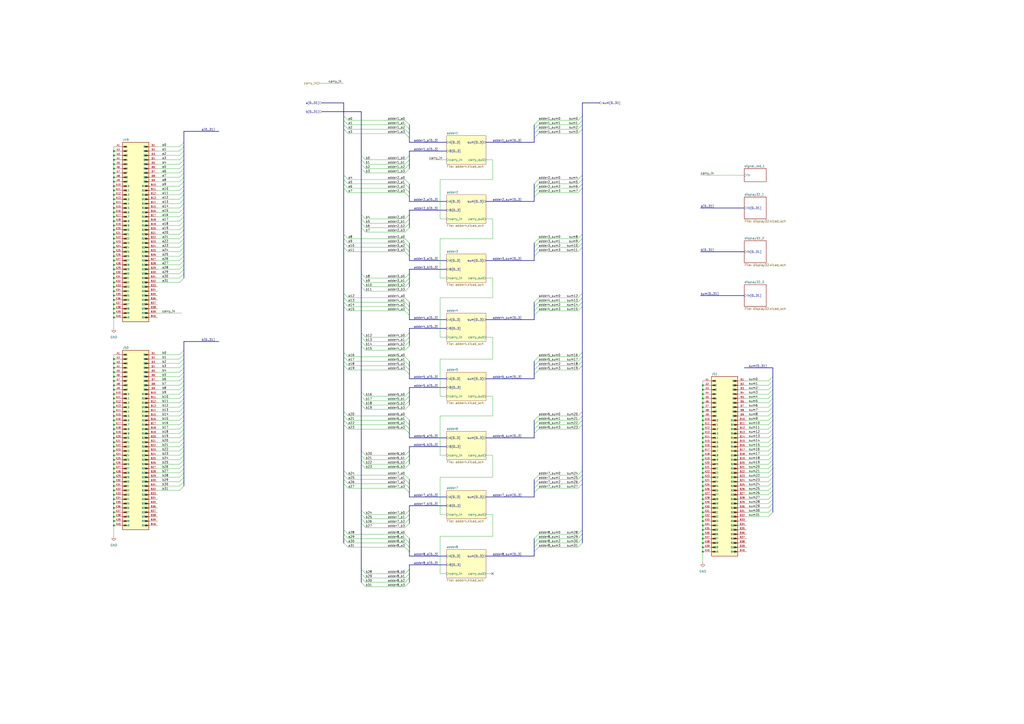
<source format=kicad_sch>
(kicad_sch (version 20250114) (generator "eeschema") (generator_version "9.0")
  (paper "A2")
  (lib_symbols
    (symbol "MegaV:HIF6-80PA-1.27DSA_71_" (pin_names (offset 1.016))
      (property "Reference" "J" (at -7.62 51.562 0))
      (symbol "HIF6-80PA-1.27DSA_71__0_0"
        (pin passive line (at -12.7 48.26 0) (length 5.08) (name "A1") (number "A1"))
        (pin passive line (at -12.7 45.72 0) (length 5.08) (name "A2") (number "A2"))
        (pin passive line (at -12.7 43.18 0) (length 5.08) (name "A3") (number "A3"))
        (pin passive line (at -12.7 40.64 0) (length 5.08) (name "A4") (number "A4"))
        (pin passive line (at -12.7 38.1 0) (length 5.08) (name "A5") (number "A5"))
        (pin passive line (at -12.7 35.56 0) (length 5.08) (name "A6") (number "A6"))
        (pin passive line (at -12.7 33.02 0) (length 5.08) (name "A7") (number "A7"))
        (pin passive line (at -12.7 30.48 0) (length 5.08) (name "A8") (number "A8"))
        (pin passive line (at -12.7 27.94 0) (length 5.08) (name "A9") (number "A9"))
        (pin passive line (at -12.7 25.4 0) (length 5.08) (name "A10") (number "A10"))
        (pin passive line (at -12.7 22.86 0) (length 5.08) (name "A11") (number "A11"))
        (pin passive line (at -12.7 20.32 0) (length 5.08) (name "A12") (number "A12"))
        (pin passive line (at -12.7 17.78 0) (length 5.08) (name "A13") (number "A13"))
        (pin passive line (at -12.7 15.24 0) (length 5.08) (name "A14") (number "A14"))
        (pin passive line (at -12.7 12.7 0) (length 5.08) (name "A15") (number "A15"))
        (pin passive line (at -12.7 10.16 0) (length 5.08) (name "A16") (number "A16"))
        (pin passive line (at -12.7 7.62 0) (length 5.08) (name "A17") (number "A17"))
        (pin passive line (at -12.7 5.08 0) (length 5.08) (name "A18") (number "A18"))
        (pin passive line (at -12.7 2.54 0) (length 5.08) (name "A19") (number "A19"))
        (pin passive line (at -12.7 0 0) (length 5.08) (name "A20") (number "A20"))
        (pin passive line (at -12.7 -2.54 0) (length 5.08) (name "A21") (number "A21"))
        (pin passive line (at -12.7 -5.08 0) (length 5.08) (name "A22") (number "A22"))
        (pin passive line (at -12.7 -7.62 0) (length 5.08) (name "A23") (number "A23"))
        (pin passive line (at -12.7 -10.16 0) (length 5.08) (name "A24") (number "A24"))
        (pin passive line (at -12.7 -12.7 0) (length 5.08) (name "A25") (number "A25"))
        (pin passive line (at -12.7 -15.24 0) (length 5.08) (name "A26") (number "A26"))
        (pin passive line (at -12.7 -17.78 0) (length 5.08) (name "A27") (number "A27"))
        (pin passive line (at -12.7 -20.32 0) (length 5.08) (name "A28") (number "A28"))
        (pin passive line (at -12.7 -22.86 0) (length 5.08) (name "A29") (number "A29"))
        (pin passive line (at -12.7 -25.4 0) (length 5.08) (name "A30") (number "A30"))
        (pin passive line (at -12.7 -27.94 0) (length 5.08) (name "A31") (number "A31"))
        (pin passive line (at -12.7 -30.48 0) (length 5.08) (name "A32") (number "A32"))
        (pin passive line (at -12.7 -33.02 0) (length 5.08) (name "A33") (number "A33"))
        (pin passive line (at -12.7 -35.56 0) (length 5.08) (name "A34") (number "A34"))
        (pin passive line (at -12.7 -38.1 0) (length 5.08) (name "A35") (number "A35"))
        (pin passive line (at -12.7 -40.64 0) (length 5.08) (name "A36") (number "A36"))
        (pin passive line (at -12.7 -43.18 0) (length 5.08) (name "A37") (number "A37"))
        (pin passive line (at -12.7 -45.72 0) (length 5.08) (name "A38") (number "A38"))
        (pin passive line (at -12.7 -48.26 0) (length 5.08) (name "A39") (number "A39"))
        (pin passive line (at -12.7 -50.8 0) (length 5.08) (name "A40") (number "A40"))
        (pin passive line (at 12.7 48.26 180) (length 5.08) (name "B1") (number "B1"))
        (pin passive line (at 12.7 45.72 180) (length 5.08) (name "B2") (number "B2"))
        (pin passive line (at 12.7 43.18 180) (length 5.08) (name "B3") (number "B3"))
        (pin passive line (at 12.7 40.64 180) (length 5.08) (name "B4") (number "B4"))
        (pin passive line (at 12.7 38.1 180) (length 5.08) (name "B5") (number "B5"))
        (pin passive line (at 12.7 35.56 180) (length 5.08) (name "B6") (number "B6"))
        (pin passive line (at 12.7 33.02 180) (length 5.08) (name "B7") (number "B7"))
        (pin passive line (at 12.7 30.48 180) (length 5.08) (name "B8") (number "B8"))
        (pin passive line (at 12.7 27.94 180) (length 5.08) (name "B9") (number "B9"))
        (pin passive line (at 12.7 25.4 180) (length 5.08) (name "B10") (number "B10"))
        (pin passive line (at 12.7 22.86 180) (length 5.08) (name "B11") (number "B11"))
        (pin passive line (at 12.7 20.32 180) (length 5.08) (name "B12") (number "B12"))
        (pin passive line (at 12.7 17.78 180) (length 5.08) (name "B13") (number "B13"))
        (pin passive line (at 12.7 15.24 180) (length 5.08) (name "B14") (number "B14"))
        (pin passive line (at 12.7 12.7 180) (length 5.08) (name "B15") (number "B15"))
        (pin passive line (at 12.7 10.16 180) (length 5.08) (name "B16") (number "B16"))
        (pin passive line (at 12.7 7.62 180) (length 5.08) (name "B17") (number "B17"))
        (pin passive line (at 12.7 5.08 180) (length 5.08) (name "B18") (number "B18"))
        (pin passive line (at 12.7 2.54 180) (length 5.08) (name "B19") (number "B19"))
        (pin passive line (at 12.7 0 180) (length 5.08) (name "B20") (number "B20"))
        (pin passive line (at 12.7 -2.54 180) (length 5.08) (name "B21") (number "B21"))
        (pin passive line (at 12.7 -5.08 180) (length 5.08) (name "B22") (number "B22"))
        (pin passive line (at 12.7 -7.62 180) (length 5.08) (name "B23") (number "B23"))
        (pin passive line (at 12.7 -10.16 180) (length 5.08) (name "B24") (number "B24"))
        (pin passive line (at 12.7 -12.7 180) (length 5.08) (name "B25") (number "B25"))
        (pin passive line (at 12.7 -15.24 180) (length 5.08) (name "B26") (number "B26"))
        (pin passive line (at 12.7 -17.78 180) (length 5.08) (name "B27") (number "B27"))
        (pin passive line (at 12.7 -20.32 180) (length 5.08) (name "B28") (number "B28"))
        (pin passive line (at 12.7 -22.86 180) (length 5.08) (name "B29") (number "B29"))
        (pin passive line (at 12.7 -25.4 180) (length 5.08) (name "B30") (number "B30"))
        (pin passive line (at 12.7 -27.94 180) (length 5.08) (name "B31") (number "B31"))
        (pin passive line (at 12.7 -30.48 180) (length 5.08) (name "B32") (number "B32"))
        (pin passive line (at 12.7 -33.02 180) (length 5.08) (name "B33") (number "B33"))
        (pin passive line (at 12.7 -35.56 180) (length 5.08) (name "B34") (number "B34"))
        (pin passive line (at 12.7 -38.1 180) (length 5.08) (name "B35") (number "B35"))
        (pin passive line (at 12.7 -40.64 180) (length 5.08) (name "B36") (number "B36"))
        (pin passive line (at 12.7 -43.18 180) (length 5.08) (name "B37") (number "B37"))
        (pin passive line (at 12.7 -45.72 180) (length 5.08) (name "B38") (number "B38"))
        (pin passive line (at 12.7 -48.26 180) (length 5.08) (name "B39") (number "B39"))
        (pin passive line (at 12.7 -50.8 180) (length 5.08) (name "B40") (number "B40"))
      )
    )
    (symbol "power:GND" (power) (pin_numbers (hide yes)) (pin_names (offset 0) (hide yes))
      (property "Value" "GND" (at 0 -3.81 0))
      (symbol "GND_1_1"
        (pin power_in line (at 0 0 270) (length 0) (name "~") (number "1"))
      )
    )
  )
  (junction (at 407.67 251.46))
  (junction (at 66.04 302.26))
  (junction (at 66.04 148.59))
  (junction (at 407.67 299.72))
  (junction (at 407.67 294.64))
  (junction (at 66.04 226.06))
  (junction (at 407.67 241.3))
  (junction (at 407.67 279.4))
  (junction (at 66.04 287.02))
  (junction (at 407.67 226.06))
  (junction (at 66.04 271.78))
  (junction (at 66.04 133.35))
  (junction (at 407.67 264.16))
  (junction (at 66.04 181.61))
  (junction (at 66.04 251.46))
  (junction (at 66.04 90.17))
  (junction (at 407.67 297.18))
  (junction (at 407.67 276.86))
  (junction (at 66.04 158.75))
  (junction (at 407.67 254))
  (junction (at 66.04 87.63))
  (junction (at 407.67 292.1))
  (junction (at 407.67 271.78))
  (junction (at 66.04 254))
  (junction (at 66.04 238.76))
  (junction (at 66.04 138.43))
  (junction (at 66.04 215.9))
  (junction (at 66.04 281.94))
  (junction (at 66.04 284.48))
  (junction (at 66.04 228.6))
  (junction (at 66.04 123.19))
  (junction (at 407.67 274.32))
  (junction (at 407.67 261.62))
  (junction (at 407.67 256.54))
  (junction (at 66.04 168.91))
  (junction (at 407.67 228.6))
  (junction (at 66.04 153.67))
  (junction (at 407.67 307.34))
  (junction (at 407.67 223.52))
  (junction (at 66.04 292.1))
  (junction (at 407.67 238.76))
  (junction (at 407.67 312.42))
  (junction (at 407.67 314.96))
  (junction (at 66.04 266.7))
  (junction (at 66.04 166.37))
  (junction (at 66.04 264.16))
  (junction (at 66.04 105.41))
  (junction (at 66.04 120.65))
  (junction (at 66.04 176.53))
  (junction (at 407.67 248.92))
  (junction (at 407.67 287.02))
  (junction (at 66.04 233.68))
  (junction (at 66.04 276.86))
  (junction (at 66.04 179.07))
  (junction (at 66.04 279.4))
  (junction (at 66.04 151.13))
  (junction (at 66.04 92.71))
  (junction (at 66.04 223.52))
  (junction (at 66.04 289.56))
  (junction (at 66.04 95.25))
  (junction (at 407.67 231.14))
  (junction (at 66.04 256.54))
  (junction (at 407.67 281.94))
  (junction (at 407.67 266.7))
  (junction (at 66.04 213.36))
  (junction (at 66.04 248.92))
  (junction (at 66.04 128.27))
  (junction (at 66.04 102.87))
  (junction (at 407.67 302.26))
  (junction (at 66.04 146.05))
  (junction (at 407.67 284.48))
  (junction (at 66.04 143.51))
  (junction (at 407.67 317.5))
  (junction (at 66.04 163.83))
  (junction (at 66.04 130.81))
  (junction (at 407.67 309.88))
  (junction (at 66.04 304.8))
  (junction (at 66.04 269.24))
  (junction (at 407.67 289.56))
  (junction (at 66.04 294.64))
  (junction (at 66.04 100.33))
  (junction (at 66.04 156.21))
  (junction (at 66.04 161.29))
  (junction (at 66.04 171.45))
  (junction (at 407.67 259.08))
  (junction (at 66.04 97.79))
  (junction (at 66.04 261.62))
  (junction (at 66.04 299.72))
  (junction (at 66.04 259.08))
  (junction (at 407.67 320.04))
  (junction (at 66.04 246.38))
  (junction (at 407.67 269.24))
  (junction (at 66.04 110.49))
  (junction (at 66.04 173.99))
  (junction (at 407.67 304.8))
  (junction (at 407.67 236.22))
  (junction (at 66.04 140.97))
  (junction (at 66.04 243.84))
  (junction (at 66.04 135.89))
  (junction (at 66.04 107.95))
  (junction (at 407.67 243.84))
  (junction (at 66.04 208.28))
  (junction (at 66.04 274.32))
  (junction (at 66.04 118.11))
  (junction (at 66.04 115.57))
  (junction (at 66.04 184.15))
  (junction (at 66.04 236.22))
  (junction (at 66.04 297.18))
  (junction (at 66.04 113.03))
  (junction (at 407.67 233.68))
  (junction (at 66.04 220.98))
  (junction (at 407.67 246.38))
  (junction (at 66.04 218.44))
  (junction (at 66.04 125.73))
  (junction (at 66.04 210.82))
  (junction (at 66.04 231.14))
  (junction (at 66.04 241.3))
  (no_connect (at 285.75 332.74))
  (bus_entry (at 104.14 254) (size 2.54 -2.54))
  (bus_entry (at 199.39 246.38) (size 2.54 2.54))
  (bus_entry (at 335.28 241.3) (size 2.54 -2.54))
  (bus_entry (at 335.28 207.01) (size 2.54 -2.54))
  (bus_entry (at 199.39 177.8) (size 2.54 2.54))
  (bus_entry (at 234.95 243.84) (size 2.54 2.54))
  (bus_entry (at 209.55 195.58) (size 2.54 2.54))
  (bus_entry (at 106.68 128.27) (size -2.54 2.54))
  (bus_entry (at 199.39 280.67) (size 2.54 2.54))
  (bus_entry (at 104.14 208.28) (size 2.54 -2.54))
  (bus_entry (at 104.14 215.9) (size 2.54 -2.54))
  (bus_entry (at 199.39 175.26) (size 2.54 2.54))
  (bus_entry (at 106.68 158.75) (size -2.54 2.54))
  (bus_entry (at 335.28 280.67) (size 2.54 -2.54))
  (bus_entry (at 234.95 264.16) (size 2.54 -2.54))
  (bus_entry (at 234.95 95.25) (size 2.54 -2.54))
  (bus_entry (at 104.14 233.68) (size 2.54 -2.54))
  (bus_entry (at 335.28 312.42) (size 2.54 -2.54))
  (bus_entry (at 209.55 95.25) (size 2.54 2.54))
  (bus_entry (at 106.68 97.79) (size -2.54 2.54))
  (bus_entry (at 234.95 275.59) (size 2.54 2.54))
  (bus_entry (at 445.77 299.72) (size 2.54 -2.54))
  (bus_entry (at 234.95 300.99) (size 2.54 -2.54))
  (bus_entry (at 199.39 172.72) (size 2.54 2.54))
  (bus_entry (at 234.95 209.55) (size 2.54 2.54))
  (bus_entry (at 209.55 132.08) (size 2.54 2.54))
  (bus_entry (at 234.95 212.09) (size 2.54 2.54))
  (bus_entry (at 104.14 261.62) (size 2.54 -2.54))
  (bus_entry (at 335.28 209.55) (size 2.54 -2.54))
  (bus_entry (at 309.88 285.75) (size 2.54 -2.54))
  (bus_entry (at 445.77 228.6) (size 2.54 -2.54))
  (bus_entry (at 309.88 109.22) (size 2.54 -2.54))
  (bus_entry (at 234.95 283.21) (size 2.54 2.54))
  (bus_entry (at 199.39 101.6) (size 2.54 2.54))
  (bus_entry (at 445.77 231.14) (size 2.54 -2.54))
  (bus_entry (at 309.88 278.13) (size 2.54 -2.54))
  (bus_entry (at 199.39 143.51) (size 2.54 2.54))
  (bus_entry (at 106.68 87.63) (size -2.54 2.54))
  (bus_entry (at 104.14 269.24) (size 2.54 -2.54))
  (bus_entry (at 335.28 180.34) (size 2.54 -2.54))
  (bus_entry (at 445.77 279.4) (size 2.54 -2.54))
  (bus_entry (at 106.68 102.87) (size -2.54 2.54))
  (bus_entry (at 106.68 82.55) (size -2.54 2.54))
  (bus_entry (at 234.95 177.8) (size 2.54 2.54))
  (bus_entry (at 104.14 238.76) (size 2.54 -2.54))
  (bus_entry (at 445.77 284.48) (size 2.54 -2.54))
  (bus_entry (at 445.77 294.64) (size 2.54 -2.54))
  (bus_entry (at 309.88 114.3) (size 2.54 -2.54))
  (bus_entry (at 209.55 261.62) (size 2.54 2.54))
  (bus_entry (at 309.88 111.76) (size 2.54 -2.54))
  (bus_entry (at 234.95 77.47) (size 2.54 2.54))
  (bus_entry (at 106.68 125.73) (size -2.54 2.54))
  (bus_entry (at 445.77 281.94) (size 2.54 -2.54))
  (bus_entry (at 234.95 97.79) (size 2.54 -2.54))
  (bus_entry (at 309.88 251.46) (size 2.54 -2.54))
  (bus_entry (at 199.39 74.93) (size 2.54 2.54))
  (bus_entry (at 335.28 104.14) (size 2.54 -2.54))
  (bus_entry (at 234.95 163.83) (size 2.54 -2.54))
  (bus_entry (at 106.68 90.17) (size -2.54 2.54))
  (bus_entry (at 106.68 95.25) (size -2.54 2.54))
  (bus_entry (at 199.39 204.47) (size 2.54 2.54))
  (bus_entry (at 445.77 226.06) (size 2.54 -2.54))
  (bus_entry (at 234.95 129.54) (size 2.54 -2.54))
  (bus_entry (at 335.28 175.26) (size 2.54 -2.54))
  (bus_entry (at 309.88 80.01) (size 2.54 -2.54))
  (bus_entry (at 199.39 241.3) (size 2.54 2.54))
  (bus_entry (at 209.55 92.71) (size 2.54 2.54))
  (bus_entry (at 335.28 106.68) (size 2.54 -2.54))
  (bus_entry (at 209.55 335.28) (size 2.54 2.54))
  (bus_entry (at 104.14 251.46) (size 2.54 -2.54))
  (bus_entry (at 106.68 115.57) (size -2.54 2.54))
  (bus_entry (at 309.88 180.34) (size 2.54 -2.54))
  (bus_entry (at 309.88 212.09) (size 2.54 -2.54))
  (bus_entry (at 234.95 161.29) (size 2.54 -2.54))
  (bus_entry (at 199.39 243.84) (size 2.54 2.54))
  (bus_entry (at 234.95 234.95) (size 2.54 -2.54))
  (bus_entry (at 106.68 143.51) (size -2.54 2.54))
  (bus_entry (at 309.88 320.04) (size 2.54 -2.54))
  (bus_entry (at 104.14 246.38) (size 2.54 -2.54))
  (bus_entry (at 234.95 278.13) (size 2.54 2.54))
  (bus_entry (at 104.14 284.48) (size 2.54 -2.54))
  (bus_entry (at 199.39 104.14) (size 2.54 2.54))
  (bus_entry (at 335.28 317.5) (size 2.54 -2.54))
  (bus_entry (at 199.39 170.18) (size 2.54 2.54))
  (bus_entry (at 209.55 193.04) (size 2.54 2.54))
  (bus_entry (at 234.95 248.92) (size 2.54 2.54))
  (bus_entry (at 234.95 280.67) (size 2.54 2.54))
  (bus_entry (at 309.88 175.26) (size 2.54 -2.54))
  (bus_entry (at 104.14 281.94) (size 2.54 -2.54))
  (bus_entry (at 106.68 156.21) (size -2.54 2.54))
  (bus_entry (at 234.95 266.7) (size 2.54 -2.54))
  (bus_entry (at 106.68 118.11) (size -2.54 2.54))
  (bus_entry (at 445.77 266.7) (size 2.54 -2.54))
  (bus_entry (at 104.14 220.98) (size 2.54 -2.54))
  (bus_entry (at 209.55 300.99) (size 2.54 2.54))
  (bus_entry (at 234.95 132.08) (size 2.54 -2.54))
  (bus_entry (at 209.55 166.37) (size 2.54 2.54))
  (bus_entry (at 335.28 212.09) (size 2.54 -2.54))
  (bus_entry (at 445.77 269.24) (size 2.54 -2.54))
  (bus_entry (at 309.88 243.84) (size 2.54 -2.54))
  (bus_entry (at 234.95 337.82) (size 2.54 -2.54))
  (bus_entry (at 209.55 129.54) (size 2.54 2.54))
  (bus_entry (at 199.39 138.43) (size 2.54 2.54))
  (bus_entry (at 234.95 69.85) (size 2.54 2.54))
  (bus_entry (at 104.14 248.92) (size 2.54 -2.54))
  (bus_entry (at 104.14 243.84) (size 2.54 -2.54))
  (bus_entry (at 234.95 317.5) (size 2.54 2.54))
  (bus_entry (at 234.95 207.01) (size 2.54 2.54))
  (bus_entry (at 309.88 148.59) (size 2.54 -2.54))
  (bus_entry (at 335.28 143.51) (size 2.54 -2.54))
  (bus_entry (at 234.95 143.51) (size 2.54 2.54))
  (bus_entry (at 234.95 237.49) (size 2.54 -2.54))
  (bus_entry (at 309.88 72.39) (size 2.54 -2.54))
  (bus_entry (at 309.88 317.5) (size 2.54 -2.54))
  (bus_entry (at 309.88 106.68) (size 2.54 -2.54))
  (bus_entry (at 309.88 283.21) (size 2.54 -2.54))
  (bus_entry (at 104.14 210.82) (size 2.54 -2.54))
  (bus_entry (at 106.68 135.89) (size -2.54 2.54))
  (bus_entry (at 445.77 248.92) (size 2.54 -2.54))
  (bus_entry (at 199.39 212.09) (size 2.54 2.54))
  (bus_entry (at 106.68 133.35) (size -2.54 2.54))
  (bus_entry (at 445.77 297.18) (size 2.54 -2.54))
  (bus_entry (at 234.95 271.78) (size 2.54 -2.54))
  (bus_entry (at 234.95 203.2) (size 2.54 -2.54))
  (bus_entry (at 234.95 214.63) (size 2.54 2.54))
  (bus_entry (at 104.14 218.44) (size 2.54 -2.54))
  (bus_entry (at 106.68 153.67) (size -2.54 2.54))
  (bus_entry (at 309.88 314.96) (size 2.54 -2.54))
  (bus_entry (at 199.39 209.55) (size 2.54 2.54))
  (bus_entry (at 234.95 303.53) (size 2.54 -2.54))
  (bus_entry (at 104.14 241.3) (size 2.54 -2.54))
  (bus_entry (at 209.55 198.12) (size 2.54 2.54))
  (bus_entry (at 104.14 256.54) (size 2.54 -2.54))
  (bus_entry (at 209.55 90.17) (size 2.54 2.54))
  (bus_entry (at 104.14 213.36) (size 2.54 -2.54))
  (bus_entry (at 309.88 182.88) (size 2.54 -2.54))
  (bus_entry (at 234.95 138.43) (size 2.54 2.54))
  (bus_entry (at 445.77 233.68) (size 2.54 -2.54))
  (bus_entry (at 209.55 97.79) (size 2.54 2.54))
  (bus_entry (at 445.77 289.56) (size 2.54 -2.54))
  (bus_entry (at 309.88 217.17) (size 2.54 -2.54))
  (bus_entry (at 104.14 226.06) (size 2.54 -2.54))
  (bus_entry (at 445.77 243.84) (size 2.54 -2.54))
  (bus_entry (at 199.39 140.97) (size 2.54 2.54))
  (bus_entry (at 104.14 279.4) (size 2.54 -2.54))
  (bus_entry (at 209.55 266.7) (size 2.54 2.54))
  (bus_entry (at 335.28 246.38) (size 2.54 -2.54))
  (bus_entry (at 199.39 273.05) (size 2.54 2.54))
  (bus_entry (at 234.95 332.74) (size 2.54 -2.54))
  (bus_entry (at 335.28 278.13) (size 2.54 -2.54))
  (bus_entry (at 106.68 107.95) (size -2.54 2.54))
  (bus_entry (at 209.55 330.2) (size 2.54 2.54))
  (bus_entry (at 234.95 195.58) (size 2.54 -2.54))
  (bus_entry (at 234.95 298.45) (size 2.54 -2.54))
  (bus_entry (at 234.95 306.07) (size 2.54 -2.54))
  (bus_entry (at 199.39 238.76) (size 2.54 2.54))
  (bus_entry (at 335.28 248.92) (size 2.54 -2.54))
  (bus_entry (at 209.55 264.16) (size 2.54 2.54))
  (bus_entry (at 445.77 220.98) (size 2.54 -2.54))
  (bus_entry (at 234.95 172.72) (size 2.54 2.54))
  (bus_entry (at 199.39 309.88) (size 2.54 2.54))
  (bus_entry (at 335.28 69.85) (size 2.54 -2.54))
  (bus_entry (at 209.55 269.24) (size 2.54 2.54))
  (bus_entry (at 209.55 163.83) (size 2.54 2.54))
  (bus_entry (at 209.55 298.45) (size 2.54 2.54))
  (bus_entry (at 234.95 74.93) (size 2.54 2.54))
  (bus_entry (at 335.28 309.88) (size 2.54 -2.54))
  (bus_entry (at 106.68 110.49) (size -2.54 2.54))
  (bus_entry (at 209.55 337.82) (size 2.54 2.54))
  (bus_entry (at 335.28 243.84) (size 2.54 -2.54))
  (bus_entry (at 234.95 269.24) (size 2.54 -2.54))
  (bus_entry (at 104.14 259.08) (size 2.54 -2.54))
  (bus_entry (at 445.77 256.54) (size 2.54 -2.54))
  (bus_entry (at 445.77 292.1) (size 2.54 -2.54))
  (bus_entry (at 234.95 232.41) (size 2.54 -2.54))
  (bus_entry (at 234.95 229.87) (size 2.54 -2.54))
  (bus_entry (at 234.95 312.42) (size 2.54 2.54))
  (bus_entry (at 199.39 69.85) (size 2.54 2.54))
  (bus_entry (at 104.14 223.52) (size 2.54 -2.54))
  (bus_entry (at 445.77 251.46) (size 2.54 -2.54))
  (bus_entry (at 234.95 111.76) (size 2.54 2.54))
  (bus_entry (at 445.77 276.86) (size 2.54 -2.54))
  (bus_entry (at 106.68 100.33) (size -2.54 2.54))
  (bus_entry (at 104.14 266.7) (size 2.54 -2.54))
  (bus_entry (at 106.68 151.13) (size -2.54 2.54))
  (bus_entry (at 234.95 241.3) (size 2.54 2.54))
  (bus_entry (at 335.28 146.05) (size 2.54 -2.54))
  (bus_entry (at 209.55 332.74) (size 2.54 2.54))
  (bus_entry (at 104.14 274.32) (size 2.54 -2.54))
  (bus_entry (at 309.88 214.63) (size 2.54 -2.54))
  (bus_entry (at 445.77 236.22) (size 2.54 -2.54))
  (bus_entry (at 104.14 205.74) (size 2.54 -2.54))
  (bus_entry (at 199.39 275.59) (size 2.54 2.54))
  (bus_entry (at 335.28 177.8) (size 2.54 -2.54))
  (bus_entry (at 335.28 109.22) (size 2.54 -2.54))
  (bus_entry (at 104.14 228.6) (size 2.54 -2.54))
  (bus_entry (at 335.28 72.39) (size 2.54 -2.54))
  (bus_entry (at 234.95 140.97) (size 2.54 2.54))
  (bus_entry (at 309.88 248.92) (size 2.54 -2.54))
  (bus_entry (at 335.28 74.93) (size 2.54 -2.54))
  (bus_entry (at 445.77 254) (size 2.54 -2.54))
  (bus_entry (at 234.95 309.88) (size 2.54 2.54))
  (bus_entry (at 209.55 234.95) (size 2.54 2.54))
  (bus_entry (at 234.95 200.66) (size 2.54 -2.54))
  (bus_entry (at 445.77 271.78) (size 2.54 -2.54))
  (bus_entry (at 106.68 148.59) (size -2.54 2.54))
  (bus_entry (at 445.77 264.16) (size 2.54 -2.54))
  (bus_entry (at 335.28 138.43) (size 2.54 -2.54))
  (bus_entry (at 199.39 278.13) (size 2.54 2.54))
  (bus_entry (at 445.77 259.08) (size 2.54 -2.54))
  (bus_entry (at 309.88 140.97) (size 2.54 -2.54))
  (bus_entry (at 104.14 236.22) (size 2.54 -2.54))
  (bus_entry (at 309.88 146.05) (size 2.54 -2.54))
  (bus_entry (at 106.68 130.81) (size -2.54 2.54))
  (bus_entry (at 199.39 109.22) (size 2.54 2.54))
  (bus_entry (at 199.39 314.96) (size 2.54 2.54))
  (bus_entry (at 309.88 77.47) (size 2.54 -2.54))
  (bus_entry (at 106.68 120.65) (size -2.54 2.54))
  (bus_entry (at 445.77 287.02) (size 2.54 -2.54))
  (bus_entry (at 234.95 100.33) (size 2.54 -2.54))
  (bus_entry (at 106.68 113.03) (size -2.54 2.54))
  (bus_entry (at 445.77 238.76) (size 2.54 -2.54))
  (bus_entry (at 209.55 303.53) (size 2.54 2.54))
  (bus_entry (at 234.95 335.28) (size 2.54 -2.54))
  (bus_entry (at 106.68 85.09) (size -2.54 2.54))
  (bus_entry (at 199.39 135.89) (size 2.54 2.54))
  (bus_entry (at 199.39 67.31) (size 2.54 2.54))
  (bus_entry (at 335.28 283.21) (size 2.54 -2.54))
  (bus_entry (at 209.55 161.29) (size 2.54 2.54))
  (bus_entry (at 106.68 161.29) (size -2.54 2.54))
  (bus_entry (at 445.77 274.32) (size 2.54 -2.54))
  (bus_entry (at 234.95 340.36) (size 2.54 -2.54))
  (bus_entry (at 106.68 105.41) (size -2.54 2.54))
  (bus_entry (at 234.95 168.91) (size 2.54 -2.54))
  (bus_entry (at 335.28 140.97) (size 2.54 -2.54))
  (bus_entry (at 234.95 198.12) (size 2.54 -2.54))
  (bus_entry (at 106.68 140.97) (size -2.54 2.54))
  (bus_entry (at 445.77 246.38) (size 2.54 -2.54))
  (bus_entry (at 199.39 72.39) (size 2.54 2.54))
  (bus_entry (at 335.28 172.72) (size 2.54 -2.54))
  (bus_entry (at 335.28 314.96) (size 2.54 -2.54))
  (bus_entry (at 104.14 231.14) (size 2.54 -2.54))
  (bus_entry (at 209.55 200.66) (size 2.54 2.54))
  (bus_entry (at 335.28 111.76) (size 2.54 -2.54))
  (bus_entry (at 309.88 209.55) (size 2.54 -2.54))
  (bus_entry (at 234.95 180.34) (size 2.54 2.54))
  (bus_entry (at 309.88 246.38) (size 2.54 -2.54))
  (bus_entry (at 106.68 92.71) (size -2.54 2.54))
  (bus_entry (at 234.95 314.96) (size 2.54 2.54))
  (bus_entry (at 445.77 223.52) (size 2.54 -2.54))
  (bus_entry (at 209.55 229.87) (size 2.54 2.54))
  (bus_entry (at 234.95 104.14) (size 2.54 2.54))
  (bus_entry (at 199.39 307.34) (size 2.54 2.54))
  (bus_entry (at 335.28 214.63) (size 2.54 -2.54))
  (bus_entry (at 335.28 77.47) (size 2.54 -2.54))
  (bus_entry (at 234.95 106.68) (size 2.54 2.54))
  (bus_entry (at 309.88 74.93) (size 2.54 -2.54))
  (bus_entry (at 209.55 124.46) (size 2.54 2.54))
  (bus_entry (at 199.39 106.68) (size 2.54 2.54))
  (bus_entry (at 234.95 246.38) (size 2.54 2.54))
  (bus_entry (at 234.95 166.37) (size 2.54 -2.54))
  (bus_entry (at 309.88 177.8) (size 2.54 -2.54))
  (bus_entry (at 309.88 143.51) (size 2.54 -2.54))
  (bus_entry (at 445.77 261.62) (size 2.54 -2.54))
  (bus_entry (at 104.14 276.86) (size 2.54 -2.54))
  (bus_entry (at 234.95 134.62) (size 2.54 -2.54))
  (bus_entry (at 309.88 312.42) (size 2.54 -2.54))
  (bus_entry (at 106.68 138.43) (size -2.54 2.54))
  (bus_entry (at 234.95 146.05) (size 2.54 2.54))
  (bus_entry (at 104.14 271.78) (size 2.54 -2.54))
  (bus_entry (at 234.95 127) (size 2.54 -2.54))
  (bus_entry (at 309.88 280.67) (size 2.54 -2.54))
  (bus_entry (at 234.95 92.71) (size 2.54 -2.54))
  (bus_entry (at 199.39 207.01) (size 2.54 2.54))
  (bus_entry (at 199.39 312.42) (size 2.54 2.54))
  (bus_entry (at 209.55 227.33) (size 2.54 2.54))
  (bus_entry (at 234.95 72.39) (size 2.54 2.54))
  (bus_entry (at 445.77 241.3) (size 2.54 -2.54))
  (bus_entry (at 234.95 109.22) (size 2.54 2.54))
  (bus_entry (at 335.28 275.59) (size 2.54 -2.54))
  (bus_entry (at 209.55 232.41) (size 2.54 2.54))
  (bus_entry (at 106.68 123.19) (size -2.54 2.54))
  (bus_entry (at 209.55 158.75) (size 2.54 2.54))
  (bus_entry (at 106.68 146.05) (size -2.54 2.54))
  (bus_entry (at 209.55 127) (size 2.54 2.54))
  (bus_entry (at 234.95 175.26) (size 2.54 2.54))
  (bus_entry (at 104.14 264.16) (size 2.54 -2.54))
  (bus_entry (at 209.55 295.91) (size 2.54 2.54))
  (wire (pts (xy 66.04 256.54) (xy 66.04 259.08)))
  (bus (pts (xy 237.49 109.22) (xy 237.49 111.76)))
  (wire (pts (xy 407.67 251.46) (xy 407.67 254)))
  (bus (pts (xy 106.68 210.82) (xy 106.68 213.36)))
  (bus (pts (xy 237.49 95.25) (xy 237.49 97.79)))
  (wire (pts (xy 66.04 102.87) (xy 66.04 105.41)))
  (wire (pts (xy 66.04 133.35) (xy 66.04 135.89)))
  (wire (pts (xy 91.44 163.83) (xy 104.14 163.83)))
  (bus (pts (xy 337.82 212.09) (xy 337.82 238.76)))
  (bus (pts (xy 237.49 124.46) (xy 237.49 127)))
  (wire (pts (xy 91.44 238.76) (xy 104.14 238.76)))
  (bus (pts (xy 431.8 213.36) (xy 448.31 213.36)))
  (bus (pts (xy 237.49 293.37) (xy 259.08 293.37)))
  (bus (pts (xy 448.31 236.22) (xy 448.31 238.76)))
  (wire (pts (xy 407.67 254) (xy 407.67 256.54)))
  (wire (pts (xy 312.42 212.09) (xy 335.28 212.09)))
  (wire (pts (xy 201.93 314.96) (xy 234.95 314.96)))
  (bus (pts (xy 309.88 283.21) (xy 309.88 285.75)))
  (wire (pts (xy 255.27 161.29) (xy 259.08 161.29)))
  (bus (pts (xy 309.88 214.63) (xy 309.88 217.17)))
  (wire (pts (xy 66.04 146.05) (xy 66.04 148.59)))
  (bus (pts (xy 309.88 140.97) (xy 309.88 143.51)))
  (bus (pts (xy 237.49 180.34) (xy 237.49 182.88)))
  (wire (pts (xy 285.75 276.86) (xy 255.27 276.86)))
  (wire (pts (xy 407.67 259.08) (xy 407.67 261.62)))
  (bus (pts (xy 106.68 246.38) (xy 106.68 248.92)))
  (wire (pts (xy 433.07 276.86) (xy 445.77 276.86)))
  (wire (pts (xy 66.04 210.82) (xy 66.04 213.36)))
  (wire (pts (xy 407.67 320.04) (xy 407.67 326.39)))
  (wire (pts (xy 281.94 264.16) (xy 285.75 264.16)))
  (wire (pts (xy 91.44 148.59) (xy 104.14 148.59)))
  (bus (pts (xy 448.31 289.56) (xy 448.31 292.1)))
  (wire (pts (xy 285.75 229.87) (xy 285.75 241.3)))
  (wire (pts (xy 201.93 109.22) (xy 234.95 109.22)))
  (bus (pts (xy 209.55 127) (xy 209.55 129.54)))
  (wire (pts (xy 91.44 256.54) (xy 104.14 256.54)))
  (bus (pts (xy 337.82 309.88) (xy 337.82 312.42)))
  (wire (pts (xy 91.44 120.65) (xy 104.14 120.65)))
  (bus (pts (xy 448.31 274.32) (xy 448.31 276.86)))
  (wire (pts (xy 91.44 266.7) (xy 104.14 266.7)))
  (bus (pts (xy 209.55 124.46) (xy 209.55 127)))
  (wire (pts (xy 255.27 311.15) (xy 255.27 332.74)))
  (bus (pts (xy 186.69 64.77) (xy 209.55 64.77)))
  (bus (pts (xy 237.49 246.38) (xy 237.49 248.92)))
  (wire (pts (xy 407.67 248.92) (xy 407.67 251.46)))
  (wire (pts (xy 201.93 278.13) (xy 234.95 278.13)))
  (wire (pts (xy 66.04 179.07) (xy 66.04 181.61)))
  (wire (pts (xy 201.93 69.85) (xy 234.95 69.85)))
  (wire (pts (xy 201.93 180.34) (xy 234.95 180.34)))
  (wire (pts (xy 66.04 304.8) (xy 66.04 311.15)))
  (wire (pts (xy 91.44 153.67) (xy 104.14 153.67)))
  (wire (pts (xy 285.75 127) (xy 285.75 138.43)))
  (wire (pts (xy 201.93 207.01) (xy 234.95 207.01)))
  (bus (pts (xy 237.49 116.84) (xy 259.08 116.84)))
  (bus (pts (xy 309.88 74.93) (xy 309.88 77.47)))
  (bus (pts (xy 281.94 151.13) (xy 309.88 151.13)))
  (bus (pts (xy 106.68 85.09) (xy 106.68 87.63)))
  (wire (pts (xy 433.07 261.62) (xy 445.77 261.62)))
  (bus (pts (xy 309.88 246.38) (xy 309.88 248.92)))
  (wire (pts (xy 433.07 246.38) (xy 445.77 246.38)))
  (bus (pts (xy 209.55 234.95) (xy 209.55 261.62)))
  (wire (pts (xy 433.07 238.76) (xy 445.77 238.76)))
  (bus (pts (xy 237.49 80.01) (xy 237.49 82.55)))
  (bus (pts (xy 448.31 264.16) (xy 448.31 266.7)))
  (bus (pts (xy 237.49 156.21) (xy 259.08 156.21)))
  (bus (pts (xy 199.39 280.67) (xy 199.39 307.34)))
  (wire (pts (xy 255.27 332.74) (xy 259.08 332.74)))
  (wire (pts (xy 433.07 251.46) (xy 445.77 251.46)))
  (wire (pts (xy 91.44 113.03) (xy 104.14 113.03)))
  (bus (pts (xy 199.39 273.05) (xy 199.39 275.59)))
  (wire (pts (xy 255.27 276.86) (xy 255.27 298.45)))
  (wire (pts (xy 407.67 276.86) (xy 407.67 279.4)))
  (wire (pts (xy 201.93 309.88) (xy 234.95 309.88)))
  (bus (pts (xy 337.82 59.69) (xy 347.98 59.69)))
  (bus (pts (xy 199.39 309.88) (xy 199.39 312.42)))
  (bus (pts (xy 448.31 231.14) (xy 448.31 233.68)))
  (bus (pts (xy 106.68 97.79) (xy 106.68 100.33)))
  (bus (pts (xy 237.49 283.21) (xy 237.49 285.75)))
  (bus (pts (xy 209.55 158.75) (xy 209.55 161.29)))
  (bus (pts (xy 337.82 74.93) (xy 337.82 101.6)))
  (wire (pts (xy 212.09 337.82) (xy 234.95 337.82)))
  (bus (pts (xy 309.88 106.68) (xy 309.88 109.22)))
  (bus (pts (xy 209.55 261.62) (xy 209.55 264.16)))
  (wire (pts (xy 66.04 297.18) (xy 66.04 299.72)))
  (bus (pts (xy 448.31 284.48) (xy 448.31 287.02)))
  (wire (pts (xy 66.04 251.46) (xy 66.04 254)))
  (wire (pts (xy 91.44 97.79) (xy 104.14 97.79)))
  (bus (pts (xy 237.49 232.41) (xy 237.49 234.95)))
  (wire (pts (xy 433.07 289.56) (xy 445.77 289.56)))
  (wire (pts (xy 91.44 223.52) (xy 104.14 223.52)))
  (wire (pts (xy 212.09 234.95) (xy 234.95 234.95)))
  (wire (pts (xy 212.09 203.2) (xy 234.95 203.2)))
  (bus (pts (xy 281.94 254) (xy 309.88 254)))
  (wire (pts (xy 312.42 138.43) (xy 335.28 138.43)))
  (bus (pts (xy 309.88 209.55) (xy 309.88 212.09)))
  (bus (pts (xy 106.68 254) (xy 106.68 256.54)))
  (wire (pts (xy 407.67 261.62) (xy 407.67 264.16)))
  (wire (pts (xy 91.44 215.9) (xy 104.14 215.9)))
  (wire (pts (xy 281.94 92.71) (xy 285.75 92.71)))
  (bus (pts (xy 337.82 135.89) (xy 337.82 138.43)))
  (wire (pts (xy 285.75 195.58) (xy 285.75 208.28)))
  (bus (pts (xy 106.68 128.27) (xy 106.68 130.81)))
  (wire (pts (xy 201.93 246.38) (xy 234.95 246.38)))
  (wire (pts (xy 407.67 302.26) (xy 407.67 304.8)))
  (wire (pts (xy 312.42 77.47) (xy 335.28 77.47)))
  (bus (pts (xy 209.55 232.41) (xy 209.55 234.95)))
  (wire (pts (xy 433.07 281.94) (xy 445.77 281.94)))
  (bus (pts (xy 309.88 251.46) (xy 309.88 254)))
  (wire (pts (xy 312.42 309.88) (xy 335.28 309.88)))
  (bus (pts (xy 309.88 320.04) (xy 309.88 322.58)))
  (wire (pts (xy 433.07 243.84) (xy 445.77 243.84)))
  (wire (pts (xy 91.44 158.75) (xy 104.14 158.75)))
  (wire (pts (xy 255.27 241.3) (xy 255.27 264.16)))
  (wire (pts (xy 201.93 212.09) (xy 234.95 212.09)))
  (bus (pts (xy 237.49 156.21) (xy 237.49 158.75)))
  (wire (pts (xy 91.44 213.36) (xy 104.14 213.36)))
  (wire (pts (xy 407.67 299.72) (xy 407.67 302.26)))
  (bus (pts (xy 199.39 72.39) (xy 199.39 74.93)))
  (bus (pts (xy 106.68 156.21) (xy 106.68 158.75)))
  (wire (pts (xy 406.4 101.6) (xy 431.8 101.6)))
  (wire (pts (xy 66.04 218.44) (xy 66.04 220.98)))
  (bus (pts (xy 209.55 129.54) (xy 209.55 132.08)))
  (bus (pts (xy 106.68 115.57) (xy 106.68 118.11)))
  (wire (pts (xy 312.42 104.14) (xy 335.28 104.14)))
  (wire (pts (xy 91.44 274.32) (xy 104.14 274.32)))
  (wire (pts (xy 407.67 241.3) (xy 407.67 243.84)))
  (wire (pts (xy 407.67 233.68) (xy 407.67 236.22)))
  (wire (pts (xy 91.44 151.13) (xy 104.14 151.13)))
  (bus (pts (xy 448.31 279.4) (xy 448.31 281.94)))
  (bus (pts (xy 199.39 106.68) (xy 199.39 109.22)))
  (wire (pts (xy 212.09 300.99) (xy 234.95 300.99)))
  (bus (pts (xy 199.39 212.09) (xy 199.39 238.76)))
  (bus (pts (xy 448.31 218.44) (xy 448.31 220.98)))
  (bus (pts (xy 309.88 212.09) (xy 309.88 214.63)))
  (wire (pts (xy 91.44 102.87) (xy 104.14 102.87)))
  (wire (pts (xy 66.04 163.83) (xy 66.04 166.37)))
  (bus (pts (xy 237.49 175.26) (xy 237.49 177.8)))
  (bus (pts (xy 448.31 226.06) (xy 448.31 228.6)))
  (wire (pts (xy 66.04 292.1) (xy 66.04 294.64)))
  (wire (pts (xy 91.44 107.95) (xy 104.14 107.95)))
  (bus (pts (xy 281.94 116.84) (xy 309.88 116.84)))
  (bus (pts (xy 199.39 135.89) (xy 199.39 138.43)))
  (wire (pts (xy 433.07 254) (xy 445.77 254)))
  (wire (pts (xy 91.44 208.28) (xy 104.14 208.28)))
  (bus (pts (xy 237.49 224.79) (xy 237.49 227.33)))
  (bus (pts (xy 209.55 132.08) (xy 209.55 158.75)))
  (bus (pts (xy 106.68 76.2) (xy 106.68 82.55)))
  (bus (pts (xy 237.49 190.5) (xy 237.49 193.04)))
  (wire (pts (xy 91.44 276.86) (xy 104.14 276.86)))
  (wire (pts (xy 312.42 317.5) (xy 335.28 317.5)))
  (wire (pts (xy 312.42 241.3) (xy 335.28 241.3)))
  (bus (pts (xy 237.49 161.29) (xy 237.49 163.83)))
  (wire (pts (xy 66.04 105.41) (xy 66.04 107.95)))
  (wire (pts (xy 66.04 231.14) (xy 66.04 233.68)))
  (wire (pts (xy 212.09 163.83) (xy 234.95 163.83)))
  (bus (pts (xy 448.31 276.86) (xy 448.31 279.4)))
  (bus (pts (xy 337.82 67.31) (xy 337.82 69.85)))
  (bus (pts (xy 237.49 148.59) (xy 237.49 151.13)))
  (wire (pts (xy 285.75 264.16) (xy 285.75 276.86)))
  (bus (pts (xy 337.82 238.76) (xy 337.82 241.3)))
  (bus (pts (xy 237.49 298.45) (xy 237.49 300.99)))
  (wire (pts (xy 66.04 100.33) (xy 66.04 102.87)))
  (bus (pts (xy 106.68 236.22) (xy 106.68 238.76)))
  (bus (pts (xy 337.82 138.43) (xy 337.82 140.97)))
  (bus (pts (xy 237.49 163.83) (xy 237.49 166.37)))
  (wire (pts (xy 255.27 298.45) (xy 259.08 298.45)))
  (wire (pts (xy 407.67 228.6) (xy 407.67 231.14)))
  (bus (pts (xy 209.55 161.29) (xy 209.55 163.83)))
  (bus (pts (xy 237.49 92.71) (xy 237.49 95.25)))
  (wire (pts (xy 255.27 172.72) (xy 285.75 172.72)))
  (wire (pts (xy 66.04 156.21) (xy 66.04 158.75)))
  (wire (pts (xy 91.44 95.25) (xy 104.14 95.25)))
  (bus (pts (xy 337.82 59.69) (xy 337.82 67.31)))
  (wire (pts (xy 91.44 254) (xy 104.14 254)))
  (wire (pts (xy 433.07 287.02) (xy 445.77 287.02)))
  (wire (pts (xy 312.42 72.39) (xy 335.28 72.39)))
  (wire (pts (xy 201.93 175.26) (xy 234.95 175.26)))
  (wire (pts (xy 66.04 153.67) (xy 66.04 156.21)))
  (wire (pts (xy 407.67 231.14) (xy 407.67 233.68)))
  (wire (pts (xy 66.04 208.28) (xy 66.04 210.82)))
  (wire (pts (xy 66.04 271.78) (xy 66.04 274.32)))
  (wire (pts (xy 91.44 259.08) (xy 104.14 259.08)))
  (wire (pts (xy 91.44 181.61) (xy 105.41 181.61)))
  (bus (pts (xy 106.68 205.74) (xy 106.68 208.28)))
  (wire (pts (xy 281.94 127) (xy 285.75 127)))
  (wire (pts (xy 433.07 256.54) (xy 445.77 256.54)))
  (wire (pts (xy 201.93 74.93) (xy 234.95 74.93)))
  (bus (pts (xy 106.68 143.51) (xy 106.68 146.05)))
  (bus (pts (xy 237.49 209.55) (xy 237.49 212.09)))
  (bus (pts (xy 337.82 312.42) (xy 337.82 314.96)))
  (wire (pts (xy 91.44 133.35) (xy 104.14 133.35)))
  (wire (pts (xy 66.04 205.74) (xy 66.04 208.28)))
  (wire (pts (xy 259.08 195.58) (xy 255.27 195.58)))
  (bus (pts (xy 337.82 143.51) (xy 337.82 170.18)))
  (bus (pts (xy 106.68 95.25) (xy 106.68 97.79)))
  (bus (pts (xy 448.31 241.3) (xy 448.31 243.84)))
  (wire (pts (xy 433.07 220.98) (xy 445.77 220.98)))
  (wire (pts (xy 433.07 226.06) (xy 445.77 226.06)))
  (wire (pts (xy 66.04 269.24) (xy 66.04 271.78)))
  (wire (pts (xy 407.67 287.02) (xy 407.67 289.56)))
  (bus (pts (xy 209.55 95.25) (xy 209.55 97.79)))
  (wire (pts (xy 407.67 279.4) (xy 407.67 281.94)))
  (wire (pts (xy 91.44 90.17) (xy 104.14 90.17)))
  (bus (pts (xy 199.39 172.72) (xy 199.39 175.26)))
  (wire (pts (xy 312.42 283.21) (xy 335.28 283.21)))
  (bus (pts (xy 209.55 163.83) (xy 209.55 166.37)))
  (bus (pts (xy 237.49 82.55) (xy 259.08 82.55)))
  (wire (pts (xy 91.44 115.57) (xy 104.14 115.57)))
  (wire (pts (xy 433.07 264.16) (xy 445.77 264.16)))
  (bus (pts (xy 209.55 64.77) (xy 209.55 90.17)))
  (bus (pts (xy 106.68 146.05) (xy 106.68 148.59)))
  (wire (pts (xy 255.27 208.28) (xy 255.27 229.87)))
  (wire (pts (xy 91.44 156.21) (xy 104.14 156.21)))
  (wire (pts (xy 66.04 213.36) (xy 66.04 215.9)))
  (wire (pts (xy 91.44 110.49) (xy 104.14 110.49)))
  (bus (pts (xy 199.39 241.3) (xy 199.39 243.84)))
  (wire (pts (xy 212.09 229.87) (xy 234.95 229.87)))
  (bus (pts (xy 209.55 298.45) (xy 209.55 300.99)))
  (wire (pts (xy 66.04 215.9) (xy 66.04 218.44)))
  (bus (pts (xy 106.68 153.67) (xy 106.68 156.21)))
  (bus (pts (xy 448.31 259.08) (xy 448.31 261.62)))
  (wire (pts (xy 66.04 166.37) (xy 66.04 168.91)))
  (bus (pts (xy 209.55 195.58) (xy 209.55 198.12)))
  (wire (pts (xy 201.93 104.14) (xy 234.95 104.14)))
  (bus (pts (xy 106.68 90.17) (xy 106.68 92.71)))
  (wire (pts (xy 66.04 138.43) (xy 66.04 140.97)))
  (wire (pts (xy 66.04 238.76) (xy 66.04 241.3)))
  (wire (pts (xy 212.09 161.29) (xy 234.95 161.29)))
  (bus (pts (xy 106.68 248.92) (xy 106.68 251.46)))
  (bus (pts (xy 237.49 158.75) (xy 237.49 161.29)))
  (bus (pts (xy 237.49 312.42) (xy 237.49 314.96)))
  (wire (pts (xy 91.44 251.46) (xy 104.14 251.46)))
  (bus (pts (xy 448.31 220.98) (xy 448.31 223.52)))
  (bus (pts (xy 309.88 80.01) (xy 309.88 82.55)))
  (wire (pts (xy 212.09 335.28) (xy 234.95 335.28)))
  (wire (pts (xy 255.27 104.14) (xy 255.27 127)))
  (wire (pts (xy 312.42 248.92) (xy 335.28 248.92)))
  (wire (pts (xy 312.42 207.01) (xy 335.28 207.01)))
  (wire (pts (xy 91.44 205.74) (xy 104.14 205.74)))
  (bus (pts (xy 237.49 198.12) (xy 237.49 200.66)))
  (wire (pts (xy 255.27 138.43) (xy 255.27 161.29)))
  (bus (pts (xy 106.68 223.52) (xy 106.68 226.06)))
  (wire (pts (xy 201.93 138.43) (xy 234.95 138.43)))
  (bus (pts (xy 237.49 185.42) (xy 259.08 185.42)))
  (bus (pts (xy 106.68 133.35) (xy 106.68 135.89)))
  (wire (pts (xy 185.42 48.26) (xy 199.39 48.26)))
  (wire (pts (xy 66.04 168.91) (xy 66.04 171.45)))
  (wire (pts (xy 407.67 312.42) (xy 407.67 314.96)))
  (wire (pts (xy 66.04 148.59) (xy 66.04 151.13)))
  (wire (pts (xy 407.67 266.7) (xy 407.67 269.24)))
  (bus (pts (xy 281.94 185.42) (xy 309.88 185.42)))
  (bus (pts (xy 237.49 212.09) (xy 237.49 214.63)))
  (bus (pts (xy 199.39 177.8) (xy 199.39 204.47)))
  (bus (pts (xy 209.55 92.71) (xy 209.55 95.25)))
  (bus (pts (xy 309.88 114.3) (xy 309.88 116.84)))
  (wire (pts (xy 212.09 134.62) (xy 234.95 134.62)))
  (wire (pts (xy 66.04 259.08) (xy 66.04 261.62)))
  (bus (pts (xy 237.49 72.39) (xy 237.49 74.93)))
  (wire (pts (xy 433.07 269.24) (xy 445.77 269.24)))
  (bus (pts (xy 448.31 287.02) (xy 448.31 289.56)))
  (wire (pts (xy 91.44 281.94) (xy 104.14 281.94)))
  (bus (pts (xy 337.82 246.38) (xy 337.82 273.05)))
  (wire (pts (xy 312.42 214.63) (xy 335.28 214.63)))
  (bus (pts (xy 406.4 171.45) (xy 431.8 171.45)))
  (bus (pts (xy 309.88 177.8) (xy 309.88 180.34)))
  (wire (pts (xy 66.04 276.86) (xy 66.04 279.4)))
  (wire (pts (xy 407.67 238.76) (xy 407.67 241.3)))
  (wire (pts (xy 312.42 140.97) (xy 335.28 140.97)))
  (bus (pts (xy 337.82 241.3) (xy 337.82 243.84)))
  (wire (pts (xy 66.04 85.09) (xy 66.04 87.63)))
  (wire (pts (xy 407.67 274.32) (xy 407.67 276.86)))
  (wire (pts (xy 433.07 241.3) (xy 445.77 241.3)))
  (bus (pts (xy 106.68 208.28) (xy 106.68 210.82)))
  (wire (pts (xy 91.44 161.29) (xy 104.14 161.29)))
  (bus (pts (xy 309.88 278.13) (xy 309.88 280.67)))
  (wire (pts (xy 212.09 100.33) (xy 234.95 100.33)))
  (bus (pts (xy 199.39 275.59) (xy 199.39 278.13)))
  (bus (pts (xy 337.82 109.22) (xy 337.82 135.89)))
  (wire (pts (xy 212.09 168.91) (xy 234.95 168.91)))
  (bus (pts (xy 448.31 213.36) (xy 448.31 218.44)))
  (wire (pts (xy 433.07 223.52) (xy 445.77 223.52)))
  (wire (pts (xy 66.04 287.02) (xy 66.04 289.56)))
  (wire (pts (xy 66.04 92.71) (xy 66.04 95.25)))
  (wire (pts (xy 281.94 195.58) (xy 285.75 195.58)))
  (wire (pts (xy 212.09 269.24) (xy 234.95 269.24)))
  (wire (pts (xy 407.67 292.1) (xy 407.67 294.64)))
  (bus (pts (xy 199.39 209.55) (xy 199.39 212.09)))
  (bus (pts (xy 337.82 243.84) (xy 337.82 246.38)))
  (wire (pts (xy 201.93 72.39) (xy 234.95 72.39)))
  (bus (pts (xy 237.49 90.17) (xy 237.49 92.71)))
  (bus (pts (xy 199.39 243.84) (xy 199.39 246.38)))
  (wire (pts (xy 285.75 104.14) (xy 255.27 104.14)))
  (wire (pts (xy 212.09 306.07) (xy 234.95 306.07)))
  (bus (pts (xy 209.55 166.37) (xy 209.55 193.04)))
  (bus (pts (xy 448.31 243.84) (xy 448.31 246.38)))
  (bus (pts (xy 106.68 274.32) (xy 106.68 276.86)))
  (wire (pts (xy 312.42 175.26) (xy 335.28 175.26)))
  (bus (pts (xy 237.49 127) (xy 237.49 129.54)))
  (bus (pts (xy 337.82 280.67) (xy 337.82 307.34)))
  (bus (pts (xy 209.55 97.79) (xy 209.55 124.46)))
  (bus (pts (xy 237.49 227.33) (xy 237.49 229.87)))
  (bus (pts (xy 237.49 327.66) (xy 259.08 327.66)))
  (wire (pts (xy 91.44 118.11) (xy 104.14 118.11)))
  (wire (pts (xy 433.07 228.6) (xy 445.77 228.6)))
  (bus (pts (xy 106.68 261.62) (xy 106.68 264.16)))
  (wire (pts (xy 433.07 279.4) (xy 445.77 279.4)))
  (bus (pts (xy 406.4 146.05) (xy 431.8 146.05)))
  (bus (pts (xy 237.49 280.67) (xy 237.49 283.21)))
  (bus (pts (xy 106.68 220.98) (xy 106.68 223.52)))
  (bus (pts (xy 237.49 140.97) (xy 237.49 143.51)))
  (bus (pts (xy 106.68 140.97) (xy 106.68 143.51)))
  (wire (pts (xy 312.42 209.55) (xy 335.28 209.55)))
  (wire (pts (xy 212.09 195.58) (xy 234.95 195.58)))
  (bus (pts (xy 237.49 288.29) (xy 259.08 288.29)))
  (bus (pts (xy 237.49 195.58) (xy 237.49 198.12)))
  (wire (pts (xy 285.75 208.28) (xy 255.27 208.28)))
  (bus (pts (xy 237.49 111.76) (xy 237.49 114.3)))
  (wire (pts (xy 212.09 198.12) (xy 234.95 198.12)))
  (bus (pts (xy 237.49 251.46) (xy 237.49 254)))
  (wire (pts (xy 66.04 261.62) (xy 66.04 264.16)))
  (wire (pts (xy 212.09 303.53) (xy 234.95 303.53)))
  (bus (pts (xy 106.68 218.44) (xy 106.68 220.98)))
  (wire (pts (xy 433.07 266.7) (xy 445.77 266.7)))
  (bus (pts (xy 237.49 293.37) (xy 237.49 295.91)))
  (bus (pts (xy 237.49 214.63) (xy 237.49 217.17)))
  (wire (pts (xy 433.07 299.72) (xy 445.77 299.72)))
  (bus (pts (xy 237.49 121.92) (xy 259.08 121.92)))
  (wire (pts (xy 407.67 246.38) (xy 407.67 248.92)))
  (wire (pts (xy 201.93 172.72) (xy 234.95 172.72)))
  (wire (pts (xy 66.04 264.16) (xy 66.04 266.7)))
  (wire (pts (xy 66.04 243.84) (xy 66.04 246.38)))
  (bus (pts (xy 209.55 300.99) (xy 209.55 303.53)))
  (bus (pts (xy 199.39 109.22) (xy 199.39 135.89)))
  (wire (pts (xy 91.44 92.71) (xy 104.14 92.71)))
  (wire (pts (xy 66.04 226.06) (xy 66.04 228.6)))
  (wire (pts (xy 66.04 171.45) (xy 66.04 173.99)))
  (wire (pts (xy 66.04 294.64) (xy 66.04 297.18)))
  (wire (pts (xy 91.44 248.92) (xy 104.14 248.92)))
  (wire (pts (xy 407.67 220.98) (xy 407.67 223.52)))
  (wire (pts (xy 91.44 220.98) (xy 104.14 220.98)))
  (bus (pts (xy 199.39 74.93) (xy 199.39 101.6)))
  (wire (pts (xy 433.07 231.14) (xy 445.77 231.14)))
  (wire (pts (xy 91.44 233.68) (xy 104.14 233.68)))
  (bus (pts (xy 309.88 217.17) (xy 309.88 219.71)))
  (wire (pts (xy 285.75 138.43) (xy 255.27 138.43)))
  (wire (pts (xy 201.93 317.5) (xy 234.95 317.5)))
  (bus (pts (xy 209.55 229.87) (xy 209.55 232.41)))
  (wire (pts (xy 407.67 281.94) (xy 407.67 284.48)))
  (bus (pts (xy 337.82 207.01) (xy 337.82 209.55)))
  (wire (pts (xy 407.67 223.52) (xy 407.67 226.06)))
  (bus (pts (xy 199.39 143.51) (xy 199.39 170.18)))
  (bus (pts (xy 309.88 143.51) (xy 309.88 146.05)))
  (bus (pts (xy 237.49 264.16) (xy 237.49 266.7)))
  (wire (pts (xy 285.75 311.15) (xy 255.27 311.15)))
  (bus (pts (xy 337.82 204.47) (xy 337.82 207.01)))
  (bus (pts (xy 309.88 111.76) (xy 309.88 114.3)))
  (wire (pts (xy 201.93 214.63) (xy 234.95 214.63)))
  (bus (pts (xy 199.39 246.38) (xy 199.39 273.05)))
  (bus (pts (xy 237.49 248.92) (xy 237.49 251.46)))
  (wire (pts (xy 212.09 264.16) (xy 234.95 264.16)))
  (wire (pts (xy 312.42 69.85) (xy 335.28 69.85)))
  (wire (pts (xy 91.44 143.51) (xy 104.14 143.51)))
  (bus (pts (xy 309.88 280.67) (xy 309.88 283.21)))
  (bus (pts (xy 237.49 259.08) (xy 237.49 261.62)))
  (bus (pts (xy 337.82 209.55) (xy 337.82 212.09)))
  (bus (pts (xy 199.39 170.18) (xy 199.39 172.72)))
  (bus (pts (xy 448.31 266.7) (xy 448.31 269.24)))
  (wire (pts (xy 201.93 177.8) (xy 234.95 177.8)))
  (wire (pts (xy 433.07 292.1) (xy 445.77 292.1)))
  (bus (pts (xy 337.82 172.72) (xy 337.82 175.26)))
  (wire (pts (xy 201.93 146.05) (xy 234.95 146.05)))
  (wire (pts (xy 312.42 280.67) (xy 335.28 280.67)))
  (wire (pts (xy 66.04 236.22) (xy 66.04 238.76)))
  (wire (pts (xy 312.42 314.96) (xy 335.28 314.96)))
  (wire (pts (xy 201.93 241.3) (xy 234.95 241.3)))
  (bus (pts (xy 237.49 261.62) (xy 237.49 264.16)))
  (wire (pts (xy 407.67 294.64) (xy 407.67 297.18)))
  (bus (pts (xy 337.82 104.14) (xy 337.82 106.68)))
  (bus (pts (xy 106.68 238.76) (xy 106.68 241.3)))
  (wire (pts (xy 212.09 92.71) (xy 234.95 92.71)))
  (wire (pts (xy 312.42 106.68) (xy 335.28 106.68)))
  (bus (pts (xy 237.49 254) (xy 259.08 254)))
  (bus (pts (xy 106.68 130.81) (xy 106.68 133.35)))
  (wire (pts (xy 91.44 271.78) (xy 104.14 271.78)))
  (wire (pts (xy 285.75 298.45) (xy 285.75 311.15)))
  (bus (pts (xy 281.94 322.58) (xy 309.88 322.58)))
  (wire (pts (xy 312.42 143.51) (xy 335.28 143.51)))
  (bus (pts (xy 337.82 72.39) (xy 337.82 74.93)))
  (bus (pts (xy 237.49 285.75) (xy 237.49 288.29)))
  (wire (pts (xy 66.04 284.48) (xy 66.04 287.02)))
  (bus (pts (xy 309.88 248.92) (xy 309.88 251.46)))
  (wire (pts (xy 91.44 269.24) (xy 104.14 269.24)))
  (wire (pts (xy 66.04 143.51) (xy 66.04 146.05)))
  (wire (pts (xy 66.04 279.4) (xy 66.04 281.94)))
  (bus (pts (xy 406.4 120.65) (xy 431.8 120.65)))
  (bus (pts (xy 309.88 314.96) (xy 309.88 317.5)))
  (wire (pts (xy 407.67 256.54) (xy 407.67 259.08)))
  (bus (pts (xy 209.55 295.91) (xy 209.55 298.45)))
  (bus (pts (xy 309.88 77.47) (xy 309.88 80.01)))
  (wire (pts (xy 212.09 95.25) (xy 234.95 95.25)))
  (wire (pts (xy 312.42 109.22) (xy 335.28 109.22)))
  (bus (pts (xy 106.68 241.3) (xy 106.68 243.84)))
  (bus (pts (xy 106.68 231.14) (xy 106.68 233.68)))
  (wire (pts (xy 201.93 283.21) (xy 234.95 283.21)))
  (wire (pts (xy 212.09 132.08) (xy 234.95 132.08)))
  (bus (pts (xy 209.55 227.33) (xy 209.55 229.87)))
  (bus (pts (xy 186.69 59.69) (xy 199.39 59.69)))
  (wire (pts (xy 91.44 210.82) (xy 104.14 210.82)))
  (wire (pts (xy 312.42 246.38) (xy 335.28 246.38)))
  (wire (pts (xy 66.04 158.75) (xy 66.04 161.29)))
  (bus (pts (xy 106.68 113.03) (xy 106.68 115.57)))
  (wire (pts (xy 312.42 146.05) (xy 335.28 146.05)))
  (bus (pts (xy 106.68 100.33) (xy 106.68 102.87)))
  (wire (pts (xy 212.09 200.66) (xy 234.95 200.66)))
  (wire (pts (xy 433.07 259.08) (xy 445.77 259.08)))
  (bus (pts (xy 337.82 101.6) (xy 337.82 104.14)))
  (bus (pts (xy 448.31 223.52) (xy 448.31 226.06)))
  (wire (pts (xy 91.44 105.41) (xy 104.14 105.41)))
  (bus (pts (xy 199.39 278.13) (xy 199.39 280.67)))
  (wire (pts (xy 433.07 297.18) (xy 445.77 297.18)))
  (bus (pts (xy 106.68 76.2) (xy 127 76.2)))
  (bus (pts (xy 309.88 72.39) (xy 309.88 74.93)))
  (bus (pts (xy 448.31 294.64) (xy 448.31 297.18)))
  (bus (pts (xy 106.68 92.71) (xy 106.68 95.25)))
  (wire (pts (xy 91.44 100.33) (xy 104.14 100.33)))
  (wire (pts (xy 212.09 129.54) (xy 234.95 129.54)))
  (bus (pts (xy 199.39 175.26) (xy 199.39 177.8)))
  (wire (pts (xy 433.07 236.22) (xy 445.77 236.22)))
  (wire (pts (xy 407.67 264.16) (xy 407.67 266.7)))
  (bus (pts (xy 237.49 243.84) (xy 237.49 246.38)))
  (wire (pts (xy 66.04 228.6) (xy 66.04 231.14)))
  (wire (pts (xy 312.42 172.72) (xy 335.28 172.72)))
  (bus (pts (xy 237.49 219.71) (xy 259.08 219.71)))
  (bus (pts (xy 106.68 110.49) (xy 106.68 113.03)))
  (bus (pts (xy 281.94 219.71) (xy 309.88 219.71)))
  (bus (pts (xy 106.68 213.36) (xy 106.68 215.9)))
  (bus (pts (xy 106.68 256.54) (xy 106.68 259.08)))
  (bus (pts (xy 237.49 74.93) (xy 237.49 77.47)))
  (bus (pts (xy 237.49 129.54) (xy 237.49 132.08)))
  (bus (pts (xy 237.49 229.87) (xy 237.49 232.41)))
  (wire (pts (xy 91.44 125.73) (xy 104.14 125.73)))
  (wire (pts (xy 433.07 233.68) (xy 445.77 233.68)))
  (wire (pts (xy 212.09 127) (xy 234.95 127)))
  (bus (pts (xy 209.55 335.28) (xy 209.55 337.82)))
  (bus (pts (xy 448.31 281.94) (xy 448.31 284.48)))
  (bus (pts (xy 199.39 59.69) (xy 199.39 67.31)))
  (bus (pts (xy 448.31 251.46) (xy 448.31 254)))
  (wire (pts (xy 66.04 181.61) (xy 66.04 184.15)))
  (wire (pts (xy 91.44 85.09) (xy 104.14 85.09)))
  (wire (pts (xy 407.67 236.22) (xy 407.67 238.76)))
  (bus (pts (xy 337.82 175.26) (xy 337.82 177.8)))
  (wire (pts (xy 281.94 332.74) (xy 285.75 332.74)))
  (bus (pts (xy 106.68 198.12) (xy 106.68 203.2)))
  (wire (pts (xy 91.44 261.62) (xy 104.14 261.62)))
  (bus (pts (xy 209.55 200.66) (xy 209.55 227.33)))
  (bus (pts (xy 106.68 158.75) (xy 106.68 161.29)))
  (bus (pts (xy 199.39 138.43) (xy 199.39 140.97)))
  (wire (pts (xy 407.67 289.56) (xy 407.67 292.1)))
  (wire (pts (xy 66.04 173.99) (xy 66.04 176.53)))
  (wire (pts (xy 91.44 130.81) (xy 104.14 130.81)))
  (bus (pts (xy 237.49 217.17) (xy 237.49 219.71)))
  (wire (pts (xy 66.04 107.95) (xy 66.04 110.49)))
  (bus (pts (xy 337.82 140.97) (xy 337.82 143.51)))
  (wire (pts (xy 66.04 97.79) (xy 66.04 100.33)))
  (wire (pts (xy 91.44 138.43) (xy 104.14 138.43)))
  (wire (pts (xy 407.67 297.18) (xy 407.67 299.72)))
  (bus (pts (xy 237.49 182.88) (xy 237.49 185.42)))
  (bus (pts (xy 337.82 177.8) (xy 337.82 204.47)))
  (wire (pts (xy 285.75 161.29) (xy 281.94 161.29)))
  (wire (pts (xy 212.09 332.74) (xy 234.95 332.74)))
  (bus (pts (xy 209.55 266.7) (xy 209.55 269.24)))
  (wire (pts (xy 66.04 125.73) (xy 66.04 128.27)))
  (wire (pts (xy 91.44 264.16) (xy 104.14 264.16)))
  (wire (pts (xy 91.44 231.14) (xy 104.14 231.14)))
  (bus (pts (xy 237.49 224.79) (xy 259.08 224.79)))
  (wire (pts (xy 91.44 241.3) (xy 104.14 241.3)))
  (bus (pts (xy 106.68 123.19) (xy 106.68 125.73)))
  (wire (pts (xy 66.04 95.25) (xy 66.04 97.79)))
  (bus (pts (xy 309.88 182.88) (xy 309.88 185.42)))
  (wire (pts (xy 66.04 248.92) (xy 66.04 251.46)))
  (bus (pts (xy 106.68 276.86) (xy 106.68 279.4)))
  (bus (pts (xy 199.39 238.76) (xy 199.39 241.3)))
  (wire (pts (xy 66.04 246.38) (xy 66.04 248.92)))
  (bus (pts (xy 199.39 101.6) (xy 199.39 104.14)))
  (bus (pts (xy 237.49 332.74) (xy 237.49 335.28)))
  (bus (pts (xy 209.55 193.04) (xy 209.55 195.58)))
  (bus (pts (xy 448.31 233.68) (xy 448.31 236.22)))
  (bus (pts (xy 106.68 279.4) (xy 106.68 281.94)))
  (bus (pts (xy 281.94 82.55) (xy 309.88 82.55)))
  (wire (pts (xy 66.04 176.53) (xy 66.04 179.07)))
  (bus (pts (xy 237.49 335.28) (xy 237.49 337.82)))
  (bus (pts (xy 309.88 180.34) (xy 309.88 182.88)))
  (bus (pts (xy 237.49 151.13) (xy 259.08 151.13)))
  (bus (pts (xy 309.88 146.05) (xy 309.88 148.59)))
  (wire (pts (xy 66.04 299.72) (xy 66.04 302.26)))
  (wire (pts (xy 91.44 87.63) (xy 104.14 87.63)))
  (wire (pts (xy 407.67 243.84) (xy 407.67 246.38)))
  (bus (pts (xy 237.49 259.08) (xy 259.08 259.08)))
  (wire (pts (xy 201.93 140.97) (xy 234.95 140.97)))
  (bus (pts (xy 106.68 271.78) (xy 106.68 274.32)))
  (bus (pts (xy 237.49 177.8) (xy 237.49 180.34)))
  (wire (pts (xy 312.42 243.84) (xy 335.28 243.84)))
  (wire (pts (xy 66.04 123.19) (xy 66.04 125.73)))
  (bus (pts (xy 309.88 312.42) (xy 309.88 314.96)))
  (wire (pts (xy 201.93 106.68) (xy 234.95 106.68)))
  (bus (pts (xy 106.68 120.65) (xy 106.68 123.19)))
  (bus (pts (xy 199.39 204.47) (xy 199.39 207.01)))
  (bus (pts (xy 309.88 148.59) (xy 309.88 151.13)))
  (bus (pts (xy 448.31 269.24) (xy 448.31 271.78)))
  (wire (pts (xy 91.44 243.84) (xy 104.14 243.84)))
  (bus (pts (xy 237.49 77.47) (xy 237.49 80.01)))
  (bus (pts (xy 106.68 233.68) (xy 106.68 236.22)))
  (wire (pts (xy 407.67 317.5) (xy 407.67 320.04)))
  (bus (pts (xy 106.68 215.9) (xy 106.68 218.44)))
  (bus (pts (xy 199.39 140.97) (xy 199.39 143.51)))
  (wire (pts (xy 66.04 110.49) (xy 66.04 113.03)))
  (wire (pts (xy 201.93 312.42) (xy 234.95 312.42)))
  (wire (pts (xy 66.04 128.27) (xy 66.04 130.81)))
  (bus (pts (xy 209.55 269.24) (xy 209.55 295.91)))
  (wire (pts (xy 201.93 209.55) (xy 234.95 209.55)))
  (bus (pts (xy 448.31 248.92) (xy 448.31 251.46)))
  (wire (pts (xy 212.09 232.41) (xy 234.95 232.41)))
  (bus (pts (xy 237.49 146.05) (xy 237.49 148.59)))
  (bus (pts (xy 106.68 118.11) (xy 106.68 120.65)))
  (bus (pts (xy 106.68 259.08) (xy 106.68 261.62)))
  (wire (pts (xy 212.09 97.79) (xy 234.95 97.79)))
  (bus (pts (xy 337.82 69.85) (xy 337.82 72.39)))
  (bus (pts (xy 309.88 317.5) (xy 309.88 320.04)))
  (wire (pts (xy 255.27 229.87) (xy 259.08 229.87)))
  (wire (pts (xy 66.04 90.17) (xy 66.04 92.71)))
  (bus (pts (xy 309.88 285.75) (xy 309.88 288.29)))
  (bus (pts (xy 106.68 82.55) (xy 106.68 85.09)))
  (wire (pts (xy 407.67 314.96) (xy 407.67 317.5)))
  (bus (pts (xy 448.31 228.6) (xy 448.31 231.14)))
  (wire (pts (xy 66.04 274.32) (xy 66.04 276.86)))
  (bus (pts (xy 106.68 105.41) (xy 106.68 107.95)))
  (bus (pts (xy 309.88 243.84) (xy 309.88 246.38)))
  (wire (pts (xy 281.94 298.45) (xy 285.75 298.45)))
  (bus (pts (xy 106.68 269.24) (xy 106.68 271.78)))
  (wire (pts (xy 66.04 87.63) (xy 66.04 90.17)))
  (wire (pts (xy 312.42 278.13) (xy 335.28 278.13)))
  (bus (pts (xy 237.49 143.51) (xy 237.49 146.05)))
  (bus (pts (xy 309.88 109.22) (xy 309.88 111.76)))
  (bus (pts (xy 237.49 330.2) (xy 237.49 332.74)))
  (bus (pts (xy 237.49 278.13) (xy 237.49 280.67)))
  (wire (pts (xy 66.04 281.94) (xy 66.04 284.48)))
  (wire (pts (xy 66.04 289.56) (xy 66.04 292.1)))
  (bus (pts (xy 237.49 295.91) (xy 237.49 298.45)))
  (bus (pts (xy 237.49 322.58) (xy 259.08 322.58)))
  (bus (pts (xy 237.49 87.63) (xy 237.49 90.17)))
  (bus (pts (xy 199.39 312.42) (xy 199.39 314.96)))
  (wire (pts (xy 212.09 271.78) (xy 234.95 271.78)))
  (bus (pts (xy 448.31 238.76) (xy 448.31 241.3)))
  (wire (pts (xy 312.42 74.93) (xy 335.28 74.93)))
  (bus (pts (xy 209.55 332.74) (xy 209.55 335.28)))
  (bus (pts (xy 448.31 256.54) (xy 448.31 259.08)))
  (bus (pts (xy 106.68 138.43) (xy 106.68 140.97)))
  (bus (pts (xy 237.49 121.92) (xy 237.49 124.46)))
  (wire (pts (xy 201.93 248.92) (xy 234.95 248.92)))
  (bus (pts (xy 106.68 203.2) (xy 106.68 205.74)))
  (bus (pts (xy 106.68 151.13) (xy 106.68 153.67)))
  (wire (pts (xy 91.44 226.06) (xy 104.14 226.06)))
  (wire (pts (xy 281.94 229.87) (xy 285.75 229.87)))
  (wire (pts (xy 66.04 302.26) (xy 66.04 304.8)))
  (bus (pts (xy 106.68 266.7) (xy 106.68 269.24)))
  (bus (pts (xy 337.82 307.34) (xy 337.82 309.88)))
  (wire (pts (xy 285.75 241.3) (xy 255.27 241.3)))
  (wire (pts (xy 66.04 254) (xy 66.04 256.54)))
  (wire (pts (xy 312.42 180.34) (xy 335.28 180.34)))
  (wire (pts (xy 66.04 140.97) (xy 66.04 143.51)))
  (wire (pts (xy 91.44 135.89) (xy 104.14 135.89)))
  (wire (pts (xy 255.27 127) (xy 259.08 127)))
  (bus (pts (xy 209.55 198.12) (xy 209.55 200.66)))
  (wire (pts (xy 66.04 151.13) (xy 66.04 153.67)))
  (bus (pts (xy 209.55 303.53) (xy 209.55 330.2)))
  (wire (pts (xy 201.93 143.51) (xy 234.95 143.51)))
  (wire (pts (xy 255.27 264.16) (xy 259.08 264.16)))
  (bus (pts (xy 199.39 69.85) (xy 199.39 72.39)))
  (bus (pts (xy 106.68 87.63) (xy 106.68 90.17)))
  (wire (pts (xy 201.93 111.76) (xy 234.95 111.76)))
  (wire (pts (xy 66.04 266.7) (xy 66.04 269.24)))
  (wire (pts (xy 66.04 113.03) (xy 66.04 115.57)))
  (bus (pts (xy 448.31 246.38) (xy 448.31 248.92)))
  (bus (pts (xy 337.82 170.18) (xy 337.82 172.72)))
  (bus (pts (xy 237.49 190.5) (xy 259.08 190.5)))
  (bus (pts (xy 106.68 107.95) (xy 106.68 110.49)))
  (bus (pts (xy 106.68 148.59) (xy 106.68 151.13)))
  (bus (pts (xy 199.39 307.34) (xy 199.39 309.88)))
  (bus (pts (xy 237.49 266.7) (xy 237.49 269.24)))
  (bus (pts (xy 309.88 175.26) (xy 309.88 177.8)))
  (wire (pts (xy 66.04 220.98) (xy 66.04 223.52)))
  (bus (pts (xy 106.68 243.84) (xy 106.68 246.38)))
  (bus (pts (xy 237.49 114.3) (xy 237.49 116.84)))
  (wire (pts (xy 212.09 266.7) (xy 234.95 266.7)))
  (wire (pts (xy 91.44 123.19) (xy 104.14 123.19)))
  (bus (pts (xy 337.82 273.05) (xy 337.82 275.59)))
  (bus (pts (xy 448.31 254) (xy 448.31 256.54)))
  (wire (pts (xy 285.75 172.72) (xy 285.75 161.29)))
  (wire (pts (xy 66.04 118.11) (xy 66.04 120.65)))
  (bus (pts (xy 209.55 264.16) (xy 209.55 266.7)))
  (wire (pts (xy 91.44 236.22) (xy 104.14 236.22)))
  (wire (pts (xy 212.09 237.49) (xy 234.95 237.49)))
  (wire (pts (xy 201.93 280.67) (xy 234.95 280.67)))
  (bus (pts (xy 106.68 102.87) (xy 106.68 105.41)))
  (wire (pts (xy 433.07 294.64) (xy 445.77 294.64)))
  (wire (pts (xy 312.42 275.59) (xy 335.28 275.59)))
  (wire (pts (xy 212.09 166.37) (xy 234.95 166.37)))
  (wire (pts (xy 433.07 271.78) (xy 445.77 271.78)))
  (wire (pts (xy 91.44 246.38) (xy 104.14 246.38)))
  (wire (pts (xy 433.07 248.92) (xy 445.77 248.92)))
  (bus (pts (xy 106.68 125.73) (xy 106.68 128.27)))
  (wire (pts (xy 91.44 146.05) (xy 104.14 146.05)))
  (wire (pts (xy 407.67 307.34) (xy 407.67 309.88)))
  (bus (pts (xy 337.82 106.68) (xy 337.82 109.22)))
  (bus (pts (xy 337.82 275.59) (xy 337.82 278.13)))
  (wire (pts (xy 201.93 77.47) (xy 234.95 77.47)))
  (bus (pts (xy 237.49 320.04) (xy 237.49 322.58)))
  (wire (pts (xy 66.04 135.89) (xy 66.04 138.43)))
  (wire (pts (xy 433.07 284.48) (xy 445.77 284.48)))
  (wire (pts (xy 407.67 269.24) (xy 407.67 271.78)))
  (wire (pts (xy 312.42 177.8) (xy 335.28 177.8)))
  (bus (pts (xy 237.49 106.68) (xy 237.49 109.22)))
  (bus (pts (xy 337.82 278.13) (xy 337.82 280.67)))
  (wire (pts (xy 407.67 271.78) (xy 407.67 274.32)))
  (wire (pts (xy 66.04 115.57) (xy 66.04 118.11)))
  (wire (pts (xy 433.07 274.32) (xy 445.77 274.32)))
  (bus (pts (xy 281.94 288.29) (xy 309.88 288.29)))
  (wire (pts (xy 66.04 223.52) (xy 66.04 226.06)))
  (bus (pts (xy 209.55 330.2) (xy 209.55 332.74)))
  (wire (pts (xy 66.04 241.3) (xy 66.04 243.84)))
  (wire (pts (xy 407.67 226.06) (xy 407.67 228.6)))
  (bus (pts (xy 127 198.12) (xy 106.68 198.12)))
  (bus (pts (xy 237.49 87.63) (xy 259.08 87.63)))
  (wire (pts (xy 201.93 275.59) (xy 234.95 275.59)))
  (bus (pts (xy 106.68 264.16) (xy 106.68 266.7)))
  (wire (pts (xy 212.09 298.45) (xy 234.95 298.45)))
  (bus (pts (xy 448.31 271.78) (xy 448.31 274.32)))
  (bus (pts (xy 106.68 228.6) (xy 106.68 231.14)))
  (bus (pts (xy 448.31 261.62) (xy 448.31 264.16)))
  (wire (pts (xy 66.04 120.65) (xy 66.04 123.19)))
  (bus (pts (xy 237.49 193.04) (xy 237.49 195.58)))
  (bus (pts (xy 199.39 207.01) (xy 199.39 209.55)))
  (wire (pts (xy 201.93 243.84) (xy 234.95 243.84)))
  (wire (pts (xy 255.27 195.58) (xy 255.27 172.72)))
  (wire (pts (xy 407.67 309.88) (xy 407.67 312.42)))
  (wire (pts (xy 66.04 184.15) (xy 66.04 190.5)))
  (bus (pts (xy 237.49 300.99) (xy 237.49 303.53)))
  (bus (pts (xy 209.55 90.17) (xy 209.55 92.71)))
  (wire (pts (xy 407.67 304.8) (xy 407.67 307.34)))
  (wire (pts (xy 66.04 233.68) (xy 66.04 236.22)))
  (wire (pts (xy 91.44 284.48) (xy 104.14 284.48)))
  (wire (pts (xy 407.67 284.48) (xy 407.67 287.02)))
  (wire (pts (xy 285.75 92.71) (xy 285.75 104.14)))
  (bus (pts (xy 237.49 327.66) (xy 237.49 330.2)))
  (bus (pts (xy 448.31 292.1) (xy 448.31 294.64)))
  (wire (pts (xy 91.44 279.4) (xy 104.14 279.4)))
  (wire (pts (xy 91.44 228.6) (xy 104.14 228.6)))
  (bus (pts (xy 237.49 317.5) (xy 237.49 320.04)))
  (bus (pts (xy 237.49 314.96) (xy 237.49 317.5)))
  (bus (pts (xy 199.39 104.14) (xy 199.39 106.68)))
  (bus (pts (xy 199.39 67.31) (xy 199.39 69.85)))
  (wire (pts (xy 91.44 128.27) (xy 104.14 128.27)))
  (wire (pts (xy 66.04 161.29) (xy 66.04 163.83)))
  (wire (pts (xy 66.04 130.81) (xy 66.04 133.35)))
  (wire (pts (xy 91.44 140.97) (xy 104.14 140.97)))
  (wire (pts (xy 312.42 312.42) (xy 335.28 312.42)))
  (bus (pts (xy 106.68 251.46) (xy 106.68 254)))
  (bus (pts (xy 106.68 226.06) (xy 106.68 228.6)))
  (wire (pts (xy 212.09 340.36) (xy 234.95 340.36)))
  (wire (pts (xy 91.44 218.44) (xy 104.14 218.44)))
  (wire (pts (xy 312.42 111.76) (xy 335.28 111.76)))
  (wire (pts (xy 248.92 92.71) (xy 259.08 92.71)))
  (bus (pts (xy 106.68 135.89) (xy 106.68 138.43)))
  (label "adder5_b2" (at 234.95 234.95 180))
  (label "a[0..31]" (at 406.4 120.65 0))
  (label "sum[0..31]" (at 406.4 171.45 0))
  (label "a21" (at 93.98 138.43 0))
  (label "adder8_b0" (at 234.95 332.74 180))
  (label "sum8" (at 434.34 241.3 0))
  (label "adder8_sum0" (at 312.42 309.88 0))
  (label "adder3_a1" (at 234.95 140.97 180))
  (label "a8" (at 201.93 138.43 0))
  (label "sum24" (at 335.28 275.59 180))
  (label "a17" (at 201.93 209.55 0))
  (label "adder4_a0" (at 234.95 172.72 180))
  (label "adder1_sum0" (at 312.42 69.85 0))
  (label "b18" (at 212.09 234.95 0))
  (label "adder2_a2" (at 234.95 109.22 180))
  (label "adder4_b0" (at 234.95 195.58 180))
  (label "a29" (at 201.93 312.42 0))
  (label "sum26" (at 434.34 287.02 0))
  (label "b26" (at 93.98 271.78 0))
  (label "adder3_sum[0..3]" (at 285.75 151.13 0))
  (label "adder8_sum3" (at 312.42 317.5 0))
  (label "a8" (at 93.98 105.41 0))
  (label "a27" (at 93.98 153.67 0))
  (label "b4" (at 93.98 215.9 0))
  (label "adder3_b1" (at 234.95 163.83 180))
  (label "a31" (at 93.98 163.83 0))
  (label "adder2_a[0..3]" (at 240.03 116.84 0))
  (label "sum20" (at 434.34 271.78 0))
  (label "adder6_a3" (at 234.95 248.92 180))
  (label "a28" (at 93.98 156.21 0))
  (label "a23" (at 201.93 248.92 0))
  (label "sum3" (at 335.28 77.47 180))
  (label "adder7_b3" (at 234.95 306.07 180))
  (label "adder7_a2" (at 234.95 280.67 180))
  (label "adder8_b3" (at 234.95 340.36 180))
  (label "a10" (at 201.93 143.51 0))
  (label "a11" (at 201.93 146.05 0))
  (label "adder1_sum3" (at 312.42 77.47 0))
  (label "adder7_a0" (at 234.95 275.59 180))
  (label "b24" (at 212.09 298.45 0))
  (label "a11" (at 93.98 113.03 0))
  (label "b25" (at 212.09 300.99 0))
  (label "adder6_sum[0..3]" (at 285.75 254 0))
  (label "sum5" (at 434.34 233.68 0))
  (label "a7" (at 201.93 111.76 0))
  (label "adder4_b3" (at 234.95 203.2 180))
  (label "a21" (at 201.93 243.84 0))
  (label "sum7" (at 434.34 238.76 0))
  (label "sum26" (at 335.28 280.67 180))
  (label "b8" (at 93.98 226.06 0))
  (label "adder7_sum0" (at 312.42 275.59 0))
  (label "adder6_sum3" (at 312.42 248.92 0))
  (label "b1" (at 93.98 208.28 0))
  (label "adder8_sum1" (at 312.42 312.42 0))
  (label "a18" (at 201.93 212.09 0))
  (label "sum11" (at 335.28 146.05 180))
  (label "adder4_sum3" (at 312.42 180.34 0))
  (label "adder3_a[0..3]" (at 240.03 151.13 0))
  (label "adder5_sum1" (at 312.42 209.55 0))
  (label "sum27" (at 434.34 289.56 0))
  (label "sum3" (at 434.34 228.6 0))
  (label "a3" (at 93.98 92.71 0))
  (label "sum12" (at 335.28 172.72 180))
  (label "sum23" (at 434.34 279.4 0))
  (label "adder4_sum[0..3]" (at 285.75 185.42 0))
  (label "adder1_sum[0..3]" (at 285.75 82.55 0))
  (label "sum29" (at 434.34 294.64 0))
  (label "sum13" (at 434.34 254 0))
  (label "a13" (at 201.93 175.26 0))
  (label "sum17" (at 335.28 209.55 180))
  (label "b19" (at 212.09 237.49 0))
  (label "b26" (at 212.09 303.53 0))
  (label "adder5_a2" (at 234.95 212.09 180))
  (label "a16" (at 93.98 125.73 0))
  (label "adder4_a1" (at 234.95 175.26 180))
  (label "adder7_b2" (at 234.95 303.53 180))
  (label "adder8_sum2" (at 312.42 314.96 0))
  (label "b12" (at 212.09 195.58 0))
  (label "b28" (at 93.98 276.86 0))
  (label "b[0..31]" (at 406.4 146.05 0))
  (label "adder6_sum2" (at 312.42 246.38 0))
  (label "adder2_a1" (at 234.95 106.68 180))
  (label "sum15" (at 434.34 259.08 0))
  (label "sum10" (at 335.28 143.51 180))
  (label "b15" (at 212.09 203.2 0))
  (label "adder7_sum3" (at 312.42 283.21 0))
  (label "b30" (at 212.09 337.82 0))
  (label "b29" (at 212.09 335.28 0))
  (label "sum18" (at 434.34 266.7 0))
  (label "a9" (at 93.98 107.95 0))
  (label "adder6_b3" (at 234.95 271.78 180))
  (label "sum0" (at 335.28 69.85 180))
  (label "adder7_sum1" (at 312.42 278.13 0))
  (label "b10" (at 212.09 166.37 0))
  (label "adder4_sum1" (at 312.42 175.26 0))
  (label "adder3_sum3" (at 312.42 146.05 0))
  (label "sum9" (at 335.28 140.97 180))
  (label "adder7_sum2" (at 312.42 280.67 0))
  (label "b10" (at 93.98 231.14 0))
  (label "sum0" (at 434.34 220.98 0))
  (label "adder6_a0" (at 234.95 241.3 180))
  (label "b31" (at 212.09 340.36 0))
  (label "sum30" (at 335.28 314.96 180))
  (label "adder5_sum2" (at 312.42 212.09 0))
  (label "adder2_b[0..3]" (at 240.03 121.92 0))
  (label "adder1_a3" (at 234.95 77.47 180))
  (label "b16" (at 212.09 229.87 0))
  (label "b7" (at 93.98 223.52 0))
  (label "adder3_b2" (at 234.95 166.37 180))
  (label "adder3_b[0..3]" (at 240.03 156.21 0))
  (label "b[0..31]" (at 116.84 198.12 0))
  (label "b18" (at 93.98 251.46 0))
  (label "adder1_b2" (at 234.95 97.79 180))
  (label "a4" (at 201.93 104.14 0))
  (label "a0" (at 201.93 69.85 0))
  (label "adder7_sum[0..3]" (at 285.75 288.29 0))
  (label "b2" (at 93.98 210.82 0))
  (label "adder4_a2" (at 234.95 177.8 180))
  (label "b0" (at 93.98 205.74 0))
  (label "adder5_b1" (at 234.95 232.41 180))
  (label "sum10" (at 434.34 246.38 0))
  (label "sum19" (at 335.28 214.63 180))
  (label "b25" (at 93.98 269.24 0))
  (label "a4" (at 93.98 95.25 0))
  (label "b4" (at 212.09 127 0))
  (label "adder1_b0" (at 234.95 92.71 180))
  (label "sum8" (at 335.28 138.43 180))
  (label "a14" (at 201.93 177.8 0))
  (label "b1" (at 212.09 95.25 0))
  (label "adder5_a[0..3]" (at 240.03 219.71 0))
  (label "adder7_b0" (at 234.95 298.45 180))
  (label "b22" (at 212.09 269.24 0))
  (label "adder5_b[0..3]" (at 240.03 224.79 0))
  (label "b11" (at 212.09 168.91 0))
  (label "a20" (at 201.93 241.3 0))
  (label "b6" (at 93.98 220.98 0))
  (label "a2" (at 201.93 74.93 0))
  (label "a25" (at 201.93 278.13 0))
  (label "adder4_b[0..3]" (at 240.03 190.5 0))
  (label "sum21" (at 434.34 274.32 0))
  (label "a31" (at 201.93 317.5 0))
  (label "a18" (at 93.98 130.81 0))
  (label "a30" (at 93.98 161.29 0))
  (label "adder8_a1" (at 234.95 312.42 180))
  (label "adder2_sum3" (at 312.42 111.76 0))
  (label "a30" (at 201.93 314.96 0))
  (label "sum1" (at 335.28 72.39 180))
  (label "sum12" (at 434.34 251.46 0))
  (label "adder5_sum[0..3]" (at 285.75 219.71 0))
  (label "sum13" (at 335.28 175.26 180))
  (label "sum22" (at 335.28 246.38 180))
  (label "adder8_b1" (at 234.95 335.28 180))
  (label "adder1_a0" (at 234.95 69.85 180))
  (label "a23" (at 93.98 143.51 0))
  (label "adder3_sum1" (at 312.42 140.97 0))
  (label "adder2_b1" (at 234.95 129.54 180))
  (label "b2" (at 212.09 97.79 0))
  (label "adder2_sum0" (at 312.42 104.14 0))
  (label "adder8_a3" (at 234.95 317.5 180))
  (label "a25" (at 93.98 148.59 0))
  (label "sum6" (at 434.34 236.22 0))
  (label "b7" (at 212.09 134.62 0))
  (label "b21" (at 212.09 266.7 0))
  (label "b15" (at 93.98 243.84 0))
  (label "a0" (at 93.98 85.09 0))
  (label "adder2_sum1" (at 312.42 106.68 0))
  (label "b8" (at 212.09 161.29 0))
  (label "sum15" (at 335.28 180.34 180))
  (label "adder4_b2" (at 234.95 200.66 180))
  (label "a[0..31]" (at 116.84 76.2 0))
  (label "a26" (at 201.93 280.67 0))
  (label "b31" (at 93.98 284.48 0))
  (label "adder7_a3" (at 234.95 283.21 180))
  (label "a29" (at 93.98 158.75 0))
  (label "b23" (at 212.09 271.78 0))
  (label "adder5_a3" (at 234.95 214.63 180))
  (label "adder2_b3" (at 234.95 134.62 180))
  (label "adder6_sum1" (at 312.42 243.84 0))
  (label "a7" (at 93.98 102.87 0))
  (label "adder6_b2" (at 234.95 269.24 180))
  (label "a5" (at 201.93 106.68 0))
  (label "sum14" (at 335.28 177.8 180))
  (label "a12" (at 93.98 115.57 0))
  (label "sum24" (at 434.34 281.94 0))
  (label "a22" (at 201.93 246.38 0))
  (label "b22" (at 93.98 261.62 0))
  (label "adder8_b2" (at 234.95 337.82 180))
  (label "b14" (at 93.98 241.3 0))
  (label "a14" (at 93.98 120.65 0))
  (label "adder1_b1" (at 234.95 95.25 180))
  (label "adder6_a1" (at 234.95 243.84 180))
  (label "adder2_sum2" (at 312.42 109.22 0))
  (label "adder6_a[0..3]" (at 240.03 254 0))
  (label "a20" (at 93.98 135.89 0))
  (label "adder3_b0" (at 234.95 161.29 180))
  (label "sum28" (at 335.28 309.88 180))
  (label "b9" (at 212.09 163.83 0))
  (label "adder1_b[0..3]" (at 240.03 87.63 0))
  (label "sum25" (at 434.34 284.48 0))
  (label "adder8_a2" (at 234.95 314.96 180))
  (label "b6" (at 212.09 132.08 0))
  (label "a22" (at 93.98 140.97 0))
  (label "adder8_b[0..3]" (at 240.03 327.66 0))
  (label "b3" (at 93.98 213.36 0))
  (label "b27" (at 93.98 274.32 0))
  (label "a27" (at 201.93 283.21 0))
  (label "adder5_b0" (at 234.95 229.87 180))
  (label "sum2" (at 335.28 74.93 180))
  (label "adder4_sum0" (at 312.42 172.72 0))
  (label "adder8_a0" (at 234.95 309.88 180))
  (label "adder4_a3" (at 234.95 180.34 180))
  (label "adder3_a3" (at 234.95 146.05 180))
  (label "adder3_b3" (at 234.95 168.91 180))
  (label "a24" (at 93.98 146.05 0))
  (label "adder7_b1" (at 234.95 300.99 180))
  (label "a15" (at 201.93 180.34 0))
  (label "b19" (at 93.98 254 0))
  (label "carry_in" (at 406.4 101.6 0))
  (label "adder6_a2" (at 234.95 246.38 180))
  (label "a5" (at 93.98 97.79 0))
  (label "adder4_b1" (at 234.95 198.12 180))
  (label "a28" (at 201.93 309.88 0))
  (label "sum5" (at 335.28 106.68 180))
  (label "sum14" (at 434.34 256.54 0))
  (label "adder2_b2" (at 234.95 132.08 180))
  (label "a12" (at 201.93 172.72 0))
  (label "sum11" (at 434.34 248.92 0))
  (label "sum30" (at 434.34 297.18 0))
  (label "b5" (at 93.98 218.44 0))
  (label "b17" (at 212.09 232.41 0))
  (label "adder7_a[0..3]" (at 240.03 288.29 0))
  (label "adder1_sum1" (at 312.42 72.39 0))
  (label "sum4" (at 434.34 231.14 0))
  (label "a1" (at 93.98 87.63 0))
  (label "b28" (at 212.09 332.74 0))
  (label "b0" (at 212.09 92.71 0))
  (label "a3" (at 201.93 77.47 0))
  (label "b16" (at 93.98 246.38 0))
  (label "b13" (at 212.09 198.12 0))
  (label "b12" (at 93.98 236.22 0))
  (label "b23" (at 93.98 264.16 0))
  (label "adder1_b3" (at 234.95 100.33 180))
  (label "sum19" (at 434.34 269.24 0))
  (label "adder8_sum[0..3]" (at 285.75 322.58 0))
  (label "a19" (at 93.98 133.35 0))
  (label "sum25" (at 335.28 278.13 180))
  (label "adder2_a0" (at 234.95 104.14 180))
  (label "sum17" (at 434.34 264.16 0))
  (label "b20" (at 93.98 256.54 0))
  (label "sum2" (at 434.34 226.06 0))
  (label "sum31" (at 434.34 299.72 0))
  (label "sum7" (at 335.28 111.76 180))
  (label "a6" (at 201.93 109.22 0))
  (label "sum4" (at 335.28 104.14 180))
  (label "sum28" (at 434.34 292.1 0))
  (label "adder4_a[0..3]" (at 240.03 185.42 0))
  (label "adder2_a3" (at 234.95 111.76 180))
  (label "adder3_sum2" (at 312.42 143.51 0))
  (label "adder5_sum0" (at 312.42 207.01 0))
  (label "a24" (at 201.93 275.59 0))
  (label "adder8_a[0..3]" (at 240.03 322.58 0))
  (label "b11" (at 93.98 233.68 0))
  (label "adder3_a2" (at 234.95 143.51 180))
  (label "sum27" (at 335.28 283.21 180))
  (label "sum1" (at 434.34 223.52 0))
  (label "a17" (at 93.98 128.27 0))
  (label "adder5_b3" (at 234.95 237.49 180))
  (label "sum21" (at 335.28 243.84 180))
  (label "b27" (at 212.09 306.07 0))
  (label "carry_in" (at 93.98 181.61 0))
  (label "a15" (at 93.98 123.19 0))
  (label "a2" (at 93.98 90.17 0))
  (label "adder6_sum0" (at 312.42 241.3 0))
  (label "adder5_a1" (at 234.95 209.55 180))
  (label "sum[0..31]" (at 434.34 213.36 0))
  (label "b3" (at 212.09 100.33 0))
  (label "b14" (at 212.09 200.66 0))
  (label "b17" (at 93.98 248.92 0))
  (label "adder1_a1" (at 234.95 72.39 180))
  (label "b5" (at 212.09 129.54 0))
  (label "adder7_b[0..3]" (at 240.03 293.37 0))
  (label "sum6" (at 335.28 109.22 180))
  (label "adder2_b0" (at 234.95 127 180))
  (label "adder6_b0" (at 234.95 264.16 180))
  (label "adder3_sum0" (at 312.42 138.43 0))
  (label "a6" (at 93.98 100.33 0))
  (label "adder1_sum2" (at 312.42 74.93 0))
  (label "adder1_a[0..3]" (at 240.03 82.55 0))
  (label "adder7_a1" (at 234.95 278.13 180))
  (label "carry_in" (at 248.92 92.71 0))
  (label "a1" (at 201.93 72.39 0))
  (label "a13" (at 93.98 118.11 0))
  (label "b24" (at 93.98 266.7 0))
  (label "adder4_sum2" (at 312.42 177.8 0))
  (label "sum18" (at 335.28 212.09 180))
  (label "adder6_b[0..3]" (at 240.03 259.08 0))
  (label "sum16" (at 335.28 207.01 180))
  (label "b21" (at 93.98 259.08 0))
  (label "adder5_sum3" (at 312.42 214.63 0))
  (label "sum23" (at 335.28 248.92 180))
  (label "sum9" (at 434.34 243.84 0))
  (label "b20" (at 212.09 264.16 0))
  (label "carry_in" (at 190.5 48.26 0))
  (label "a9" (at 201.93 140.97 0))
  (label "adder2_sum[0..3]" (at 285.75 116.84 0))
  (label "sum16" (at 434.34 261.62 0))
  (label "a19" (at 201.93 214.63 0))
  (label "adder5_a0" (at 234.95 207.01 180))
  (label "sum22" (at 434.34 276.86 0))
  (label "b30" (at 93.98 281.94 0))
  (label "a26" (at 93.98 151.13 0))
  (label "b13" (at 93.98 238.76 0))
  (label "sum20" (at 335.28 241.3 180))
  (label "sum31" (at 335.28 317.5 180))
  (label "adder1_a2" (at 234.95 74.93 180))
  (label "b29" (at 93.98 279.4 0))
  (label "sum29" (at 335.28 312.42 180))
  (label "b9" (at 93.98 228.6 0))
  (label "a10" (at 93.98 110.49 0))
  (label "adder6_b1" (at 234.95 266.7 180))
  (label "adder3_a0" (at 234.95 138.43 180))
  (label "a16" (at 201.93 207.01 0))
  (hierarchical_label "b[0..31]" (shape input) (at 186.69 64.77 180))
  (hierarchical_label "carry_in" (shape input) (at 185.42 48.26 180))
  (hierarchical_label "sum[0..31]" (shape output) (at 347.98 59.69 0))
  (hierarchical_label "a[0..31]" (shape input) (at 186.69 59.69 180))
  (symbol (lib_id "power:GND") (at 407.67 326.39 0) (unit 1)
    (property "Reference" "#PWR01029" (effects (hide yes)))
    (property "Value" "GND" (at 407.67 331.47 0))
    (property "Description" "Power symbol creates a global label with name \"GND\" , ground" (effects (hide yes)))
  )
  (symbol (lib_id "MegaV:HIF6-80PA-1.27DSA_71_") (at 420.37 269.24 0) (unit 1)
    (property "Reference" "J51" (at 412.75 217.678 0) (effects (justify left bottom)))
    (property "Value" "HIF6-80PA-1.27DSA_71_" (effects (hide yes)))
    (property "Footprint" "MegaV:HIROSE_HIF6-80PA-1.27DSA_71_" (effects (hide yes)))
    (property "Datasheet" "https://www.hirose.com/product/document?clcode=CL0631-0355-3-71&productname=HIF6B-40PA-1.27DSA(71)&series=HIF6&documenttype=Catalog&lang=en&documentid=D49686_en" (effects (hide yes)))
  )
  (symbol (lib_id "power:GND") (at 66.04 311.15 0) (unit 1)
    (property "Reference" "#PWR01022" (effects (hide yes)))
    (property "Value" "GND" (at 66.04 316.23 0))
    (property "Description" "Power symbol creates a global label with name \"GND\" , ground" (effects (hide yes)))
  )
  (symbol (lib_id "power:GND") (at 66.04 190.5 0) (unit 1)
    (property "Reference" "#PWR01021" (effects (hide yes)))
    (property "Value" "GND" (at 66.04 195.58 0))
    (property "Description" "Power symbol creates a global label with name \"GND\" , ground" (effects (hide yes)))
  )
  (symbol (lib_id "MegaV:HIF6-80PA-1.27DSA_71_") (at 78.74 133.35 0) (unit 1)
    (property "Reference" "J49" (at 71.12 81.788 0) (effects (justify left bottom)))
    (property "Value" "HIF6-80PA-1.27DSA_71_" (effects (hide yes)))
    (property "Footprint" "MegaV:HIROSE_HIF6-80PA-1.27DSA_71_" (effects (hide yes)))
    (property "Datasheet" "https://www.hirose.com/product/document?clcode=CL0631-0355-3-71&productname=HIF6B-40PA-1.27DSA(71)&series=HIF6&documenttype=Catalog&lang=en&documentid=D49686_en" (effects (hide yes)))
  )
  (symbol (lib_id "MegaV:HIF6-80PA-1.27DSA_71_") (at 78.74 254 0) (unit 1)
    (property "Reference" "J50" (at 71.12 202.438 0) (effects (justify left bottom)))
    (property "Value" "HIF6-80PA-1.27DSA_71_" (effects (hide yes)))
    (property "Footprint" "MegaV:HIROSE_HIF6-80PA-1.27DSA_71_" (effects (hide yes)))
    (property "Datasheet" "https://www.hirose.com/product/document?clcode=CL0631-0355-3-71&productname=HIF6B-40PA-1.27DSA(71)&series=HIF6&documenttype=Catalog&lang=en&documentid=D49686_en" (effects (hide yes)))
  )
  (sheet (at 259.08 181.61) (size 22.86 16.51) (stroke (width 0.1524)) (fill (color 255 255 194 1.0000))
    (property "Sheetname" "adder4" (at 259.08 180.8984 0) (effects (justify left bottom)))
    (property "Sheetfile" "adder4.kicad_sch" (at 259.08 198.7046 0) (effects (justify left top)))
    (pin "A[0..3]" input (at 259.08 185.42 180))
    (pin "B[0..3]" input (at 259.08 190.5 180))
    (pin "carry_in" input (at 259.08 195.58 180))
    (pin "carry_out" output (at 281.94 195.58 0))
    (pin "sum[0..3]" output (at 281.94 185.42 0))
  )
  (sheet (at 259.08 284.48) (size 22.86 16.51) (stroke (width 0.1524)) (fill (color 255 255 194 1.0000))
    (property "Sheetname" "adder7" (at 259.08 283.7684 0) (effects (justify left bottom)))
    (property "Sheetfile" "adder4.kicad_sch" (at 259.08 301.5746 0) (effects (justify left top)))
    (pin "A[0..3]" input (at 259.08 288.29 180))
    (pin "B[0..3]" input (at 259.08 293.37 180))
    (pin "carry_in" input (at 259.08 298.45 180))
    (pin "carry_out" output (at 281.94 298.45 0))
    (pin "sum[0..3]" output (at 281.94 288.29 0))
  )
  (sheet (at 259.08 78.74) (size 22.86 16.51) (stroke (width 0.1524)) (fill (color 255 255 194 1.0000))
    (property "Sheetname" "adder1" (at 259.08 78.0284 0) (effects (justify left bottom)))
    (property "Sheetfile" "adder4.kicad_sch" (at 259.08 95.8346 0) (effects (justify left top)))
    (pin "A[0..3]" input (at 259.08 82.55 180))
    (pin "B[0..3]" input (at 259.08 87.63 180))
    (pin "carry_in" input (at 259.08 92.71 180))
    (pin "carry_out" output (at 281.94 92.71 0))
    (pin "sum[0..3]" output (at 281.94 82.55 0))
  )
  (sheet (at 259.08 215.9) (size 22.86 16.51) (stroke (width 0.1524)) (fill (color 255 255 194 1.0000))
    (property "Sheetname" "adder5" (at 259.08 215.1884 0) (effects (justify left bottom)))
    (property "Sheetfile" "adder4.kicad_sch" (at 259.08 232.9946 0) (effects (justify left top)))
    (pin "A[0..3]" input (at 259.08 219.71 180))
    (pin "B[0..3]" input (at 259.08 224.79 180))
    (pin "carry_in" input (at 259.08 229.87 180))
    (pin "carry_out" output (at 281.94 229.87 0))
    (pin "sum[0..3]" output (at 281.94 219.71 0))
  )
  (sheet (at 259.08 147.32) (size 22.86 16.51) (stroke (width 0.1524)) (fill (color 255 255 194 1.0000))
    (property "Sheetname" "adder3" (at 259.08 146.6084 0) (effects (justify left bottom)))
    (property "Sheetfile" "adder4.kicad_sch" (at 259.08 164.4146 0) (effects (justify left top)))
    (pin "A[0..3]" input (at 259.08 151.13 180))
    (pin "B[0..3]" input (at 259.08 156.21 180))
    (pin "carry_in" input (at 259.08 161.29 180))
    (pin "carry_out" output (at 281.94 161.29 0))
    (pin "sum[0..3]" output (at 281.94 151.13 0))
  )
  (sheet (at 431.8 97.79) (size 12.7 7.62) (stroke (width 0.1524))
    (property "Sheetname" "signal_led_1" (at 431.8 97.0784 0) (effects (justify left bottom)))
    (property "Sheetfile" "signal_led.kicad_sch" (effects (hide yes)))
    (pin "in" input (at 431.8 101.6 180))
  )
  (sheet (at 431.8 139.7) (size 12.7 12.7) (stroke (width 0.1524))
    (property "Sheetname" "display32_2" (at 431.8 138.9884 0) (effects (justify left bottom)))
    (property "Sheetfile" "display32.kicad_sch" (at 431.8 152.9846 0) (effects (justify left top)))
    (pin "in[0..31]" input (at 431.8 146.05 180))
  )
  (sheet (at 259.08 113.03) (size 22.86 16.51) (stroke (width 0.1524)) (fill (color 255 255 194 1.0000))
    (property "Sheetname" "adder2" (at 259.08 112.3184 0) (effects (justify left bottom)))
    (property "Sheetfile" "adder4.kicad_sch" (at 259.08 130.1246 0) (effects (justify left top)))
    (pin "A[0..3]" input (at 259.08 116.84 180))
    (pin "B[0..3]" input (at 259.08 121.92 180))
    (pin "carry_in" input (at 259.08 127 180))
    (pin "carry_out" output (at 281.94 127 0))
    (pin "sum[0..3]" output (at 281.94 116.84 0))
  )
  (sheet (at 431.8 165.1) (size 12.7 12.7) (stroke (width 0.1524))
    (property "Sheetname" "display32_3" (at 431.8 164.3884 0) (effects (justify left bottom)))
    (property "Sheetfile" "display32.kicad_sch" (at 431.8 178.3846 0) (effects (justify left top)))
    (pin "in[0..31]" input (at 431.8 171.45 180))
  )
  (sheet (at 259.08 250.19) (size 22.86 16.51) (stroke (width 0.1524)) (fill (color 255 255 194 1.0000))
    (property "Sheetname" "adder6" (at 259.08 249.4784 0) (effects (justify left bottom)))
    (property "Sheetfile" "adder4.kicad_sch" (at 259.08 267.2846 0) (effects (justify left top)))
    (pin "A[0..3]" input (at 259.08 254 180))
    (pin "B[0..3]" input (at 259.08 259.08 180))
    (pin "carry_in" input (at 259.08 264.16 180))
    (pin "carry_out" output (at 281.94 264.16 0))
    (pin "sum[0..3]" output (at 281.94 254 0))
  )
  (sheet (at 259.08 318.77) (size 22.86 16.51) (stroke (width 0.1524)) (fill (color 255 255 194 1.0000))
    (property "Sheetname" "adder8" (at 259.08 318.0584 0) (effects (justify left bottom)))
    (property "Sheetfile" "adder4.kicad_sch" (at 259.08 335.8646 0) (effects (justify left top)))
    (pin "A[0..3]" input (at 259.08 322.58 180))
    (pin "B[0..3]" input (at 259.08 327.66 180))
    (pin "carry_in" input (at 259.08 332.74 180))
    (pin "carry_out" output (at 281.94 332.74 0))
    (pin "sum[0..3]" output (at 281.94 322.58 0))
  )
  (sheet (at 431.8 114.3) (size 12.7 12.7) (stroke (width 0.1524))
    (property "Sheetname" "display32_1" (at 431.8 113.5884 0) (effects (justify left bottom)))
    (property "Sheetfile" "display32.kicad_sch" (at 431.8 127.5846 0) (effects (justify left top)))
    (pin "in[0..31]" input (at 431.8 120.65 180))
  )
)
</source>
